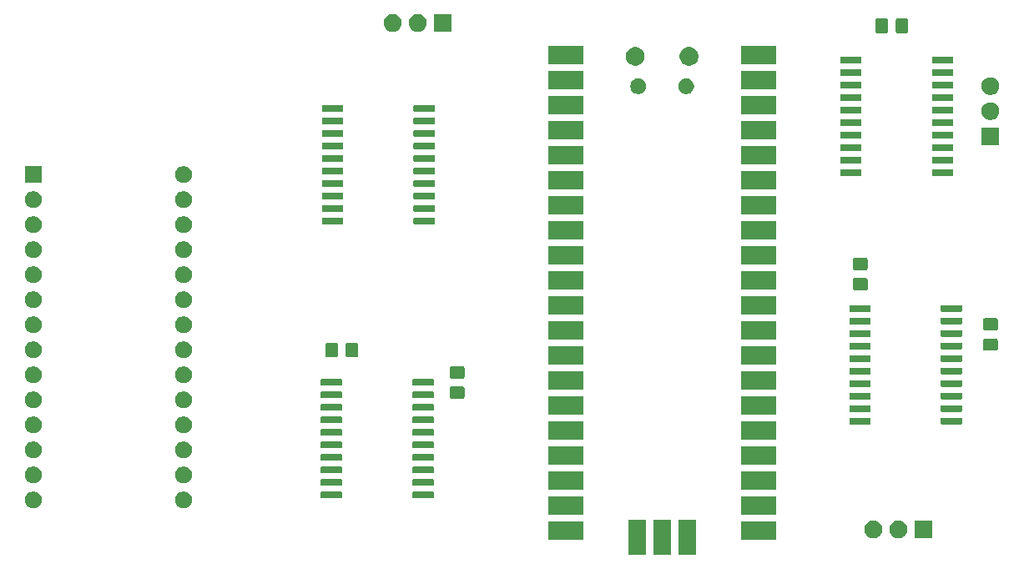
<source format=gbr>
G04 #@! TF.GenerationSoftware,KiCad,Pcbnew,5.1.5+dfsg1-2build2*
G04 #@! TF.CreationDate,2021-08-20T21:12:25+01:00*
G04 #@! TF.ProjectId,pico-rom-emulator-1,7069636f-2d72-46f6-9d2d-656d756c6174,rev?*
G04 #@! TF.SameCoordinates,Original*
G04 #@! TF.FileFunction,Soldermask,Top*
G04 #@! TF.FilePolarity,Negative*
%FSLAX46Y46*%
G04 Gerber Fmt 4.6, Leading zero omitted, Abs format (unit mm)*
G04 Created by KiCad (PCBNEW 5.1.5+dfsg1-2build2) date 2021-08-20 21:12:25*
%MOMM*%
%LPD*%
G04 APERTURE LIST*
%ADD10C,0.100000*%
G04 APERTURE END LIST*
D10*
G36*
X221761000Y-124201000D02*
G01*
X219959000Y-124201000D01*
X219959000Y-120599000D01*
X221761000Y-120599000D01*
X221761000Y-124201000D01*
G37*
G36*
X224301000Y-124201000D02*
G01*
X222499000Y-124201000D01*
X222499000Y-120599000D01*
X224301000Y-120599000D01*
X224301000Y-124201000D01*
G37*
G36*
X226841000Y-124201000D02*
G01*
X225039000Y-124201000D01*
X225039000Y-120599000D01*
X226841000Y-120599000D01*
X226841000Y-124201000D01*
G37*
G36*
X234991000Y-122631000D02*
G01*
X231389000Y-122631000D01*
X231389000Y-120829000D01*
X234991000Y-120829000D01*
X234991000Y-122631000D01*
G37*
G36*
X215411000Y-122631000D02*
G01*
X211809000Y-122631000D01*
X211809000Y-120829000D01*
X215411000Y-120829000D01*
X215411000Y-122631000D01*
G37*
G36*
X244921531Y-120701544D02*
G01*
X245082812Y-120733624D01*
X245246784Y-120801544D01*
X245394354Y-120900147D01*
X245519853Y-121025646D01*
X245618456Y-121173216D01*
X245686376Y-121337188D01*
X245721000Y-121511259D01*
X245721000Y-121688741D01*
X245686376Y-121862812D01*
X245618456Y-122026784D01*
X245519853Y-122174354D01*
X245394354Y-122299853D01*
X245246784Y-122398456D01*
X245082812Y-122466376D01*
X244933512Y-122496073D01*
X244908742Y-122501000D01*
X244731258Y-122501000D01*
X244706488Y-122496073D01*
X244557188Y-122466376D01*
X244393216Y-122398456D01*
X244245646Y-122299853D01*
X244120147Y-122174354D01*
X244021544Y-122026784D01*
X243953624Y-121862812D01*
X243919000Y-121688741D01*
X243919000Y-121511259D01*
X243953624Y-121337188D01*
X244021544Y-121173216D01*
X244120147Y-121025646D01*
X244245646Y-120900147D01*
X244393216Y-120801544D01*
X244557188Y-120733624D01*
X244718469Y-120701544D01*
X244731258Y-120699000D01*
X244908742Y-120699000D01*
X244921531Y-120701544D01*
G37*
G36*
X250801000Y-122501000D02*
G01*
X248999000Y-122501000D01*
X248999000Y-120699000D01*
X250801000Y-120699000D01*
X250801000Y-122501000D01*
G37*
G36*
X247461531Y-120701544D02*
G01*
X247622812Y-120733624D01*
X247786784Y-120801544D01*
X247934354Y-120900147D01*
X248059853Y-121025646D01*
X248158456Y-121173216D01*
X248226376Y-121337188D01*
X248261000Y-121511259D01*
X248261000Y-121688741D01*
X248226376Y-121862812D01*
X248158456Y-122026784D01*
X248059853Y-122174354D01*
X247934354Y-122299853D01*
X247786784Y-122398456D01*
X247622812Y-122466376D01*
X247473512Y-122496073D01*
X247448742Y-122501000D01*
X247271258Y-122501000D01*
X247246488Y-122496073D01*
X247097188Y-122466376D01*
X246933216Y-122398456D01*
X246785646Y-122299853D01*
X246660147Y-122174354D01*
X246561544Y-122026784D01*
X246493624Y-121862812D01*
X246459000Y-121688741D01*
X246459000Y-121511259D01*
X246493624Y-121337188D01*
X246561544Y-121173216D01*
X246660147Y-121025646D01*
X246785646Y-120900147D01*
X246933216Y-120801544D01*
X247097188Y-120733624D01*
X247258469Y-120701544D01*
X247271258Y-120699000D01*
X247448742Y-120699000D01*
X247461531Y-120701544D01*
G37*
G36*
X215411000Y-120091000D02*
G01*
X211809000Y-120091000D01*
X211809000Y-118289000D01*
X215411000Y-118289000D01*
X215411000Y-120091000D01*
G37*
G36*
X234991000Y-120091000D02*
G01*
X231389000Y-120091000D01*
X231389000Y-118289000D01*
X234991000Y-118289000D01*
X234991000Y-120091000D01*
G37*
G36*
X175088228Y-117801703D02*
G01*
X175243100Y-117865853D01*
X175382481Y-117958985D01*
X175501015Y-118077519D01*
X175594147Y-118216900D01*
X175658297Y-118371772D01*
X175691000Y-118536184D01*
X175691000Y-118703816D01*
X175658297Y-118868228D01*
X175594147Y-119023100D01*
X175501015Y-119162481D01*
X175382481Y-119281015D01*
X175243100Y-119374147D01*
X175088228Y-119438297D01*
X174923816Y-119471000D01*
X174756184Y-119471000D01*
X174591772Y-119438297D01*
X174436900Y-119374147D01*
X174297519Y-119281015D01*
X174178985Y-119162481D01*
X174085853Y-119023100D01*
X174021703Y-118868228D01*
X173989000Y-118703816D01*
X173989000Y-118536184D01*
X174021703Y-118371772D01*
X174085853Y-118216900D01*
X174178985Y-118077519D01*
X174297519Y-117958985D01*
X174436900Y-117865853D01*
X174591772Y-117801703D01*
X174756184Y-117769000D01*
X174923816Y-117769000D01*
X175088228Y-117801703D01*
G37*
G36*
X159848228Y-117801703D02*
G01*
X160003100Y-117865853D01*
X160142481Y-117958985D01*
X160261015Y-118077519D01*
X160354147Y-118216900D01*
X160418297Y-118371772D01*
X160451000Y-118536184D01*
X160451000Y-118703816D01*
X160418297Y-118868228D01*
X160354147Y-119023100D01*
X160261015Y-119162481D01*
X160142481Y-119281015D01*
X160003100Y-119374147D01*
X159848228Y-119438297D01*
X159683816Y-119471000D01*
X159516184Y-119471000D01*
X159351772Y-119438297D01*
X159196900Y-119374147D01*
X159057519Y-119281015D01*
X158938985Y-119162481D01*
X158845853Y-119023100D01*
X158781703Y-118868228D01*
X158749000Y-118703816D01*
X158749000Y-118536184D01*
X158781703Y-118371772D01*
X158845853Y-118216900D01*
X158938985Y-118077519D01*
X159057519Y-117958985D01*
X159196900Y-117865853D01*
X159351772Y-117801703D01*
X159516184Y-117769000D01*
X159683816Y-117769000D01*
X159848228Y-117801703D01*
G37*
G36*
X190834928Y-117766764D02*
G01*
X190856009Y-117773160D01*
X190875445Y-117783548D01*
X190892476Y-117797524D01*
X190906452Y-117814555D01*
X190916840Y-117833991D01*
X190923236Y-117855072D01*
X190926000Y-117883140D01*
X190926000Y-118346860D01*
X190923236Y-118374928D01*
X190916840Y-118396009D01*
X190906452Y-118415445D01*
X190892476Y-118432476D01*
X190875445Y-118446452D01*
X190856009Y-118456840D01*
X190834928Y-118463236D01*
X190806860Y-118466000D01*
X188893140Y-118466000D01*
X188865072Y-118463236D01*
X188843991Y-118456840D01*
X188824555Y-118446452D01*
X188807524Y-118432476D01*
X188793548Y-118415445D01*
X188783160Y-118396009D01*
X188776764Y-118374928D01*
X188774000Y-118346860D01*
X188774000Y-117883140D01*
X188776764Y-117855072D01*
X188783160Y-117833991D01*
X188793548Y-117814555D01*
X188807524Y-117797524D01*
X188824555Y-117783548D01*
X188843991Y-117773160D01*
X188865072Y-117766764D01*
X188893140Y-117764000D01*
X190806860Y-117764000D01*
X190834928Y-117766764D01*
G37*
G36*
X200134928Y-117766764D02*
G01*
X200156009Y-117773160D01*
X200175445Y-117783548D01*
X200192476Y-117797524D01*
X200206452Y-117814555D01*
X200216840Y-117833991D01*
X200223236Y-117855072D01*
X200226000Y-117883140D01*
X200226000Y-118346860D01*
X200223236Y-118374928D01*
X200216840Y-118396009D01*
X200206452Y-118415445D01*
X200192476Y-118432476D01*
X200175445Y-118446452D01*
X200156009Y-118456840D01*
X200134928Y-118463236D01*
X200106860Y-118466000D01*
X198193140Y-118466000D01*
X198165072Y-118463236D01*
X198143991Y-118456840D01*
X198124555Y-118446452D01*
X198107524Y-118432476D01*
X198093548Y-118415445D01*
X198083160Y-118396009D01*
X198076764Y-118374928D01*
X198074000Y-118346860D01*
X198074000Y-117883140D01*
X198076764Y-117855072D01*
X198083160Y-117833991D01*
X198093548Y-117814555D01*
X198107524Y-117797524D01*
X198124555Y-117783548D01*
X198143991Y-117773160D01*
X198165072Y-117766764D01*
X198193140Y-117764000D01*
X200106860Y-117764000D01*
X200134928Y-117766764D01*
G37*
G36*
X234991000Y-117551000D02*
G01*
X231389000Y-117551000D01*
X231389000Y-115749000D01*
X234991000Y-115749000D01*
X234991000Y-117551000D01*
G37*
G36*
X215411000Y-117551000D02*
G01*
X211809000Y-117551000D01*
X211809000Y-115749000D01*
X215411000Y-115749000D01*
X215411000Y-117551000D01*
G37*
G36*
X200134928Y-116496764D02*
G01*
X200156009Y-116503160D01*
X200175445Y-116513548D01*
X200192476Y-116527524D01*
X200206452Y-116544555D01*
X200216840Y-116563991D01*
X200223236Y-116585072D01*
X200226000Y-116613140D01*
X200226000Y-117076860D01*
X200223236Y-117104928D01*
X200216840Y-117126009D01*
X200206452Y-117145445D01*
X200192476Y-117162476D01*
X200175445Y-117176452D01*
X200156009Y-117186840D01*
X200134928Y-117193236D01*
X200106860Y-117196000D01*
X198193140Y-117196000D01*
X198165072Y-117193236D01*
X198143991Y-117186840D01*
X198124555Y-117176452D01*
X198107524Y-117162476D01*
X198093548Y-117145445D01*
X198083160Y-117126009D01*
X198076764Y-117104928D01*
X198074000Y-117076860D01*
X198074000Y-116613140D01*
X198076764Y-116585072D01*
X198083160Y-116563991D01*
X198093548Y-116544555D01*
X198107524Y-116527524D01*
X198124555Y-116513548D01*
X198143991Y-116503160D01*
X198165072Y-116496764D01*
X198193140Y-116494000D01*
X200106860Y-116494000D01*
X200134928Y-116496764D01*
G37*
G36*
X190834928Y-116496764D02*
G01*
X190856009Y-116503160D01*
X190875445Y-116513548D01*
X190892476Y-116527524D01*
X190906452Y-116544555D01*
X190916840Y-116563991D01*
X190923236Y-116585072D01*
X190926000Y-116613140D01*
X190926000Y-117076860D01*
X190923236Y-117104928D01*
X190916840Y-117126009D01*
X190906452Y-117145445D01*
X190892476Y-117162476D01*
X190875445Y-117176452D01*
X190856009Y-117186840D01*
X190834928Y-117193236D01*
X190806860Y-117196000D01*
X188893140Y-117196000D01*
X188865072Y-117193236D01*
X188843991Y-117186840D01*
X188824555Y-117176452D01*
X188807524Y-117162476D01*
X188793548Y-117145445D01*
X188783160Y-117126009D01*
X188776764Y-117104928D01*
X188774000Y-117076860D01*
X188774000Y-116613140D01*
X188776764Y-116585072D01*
X188783160Y-116563991D01*
X188793548Y-116544555D01*
X188807524Y-116527524D01*
X188824555Y-116513548D01*
X188843991Y-116503160D01*
X188865072Y-116496764D01*
X188893140Y-116494000D01*
X190806860Y-116494000D01*
X190834928Y-116496764D01*
G37*
G36*
X159848228Y-115261703D02*
G01*
X160003100Y-115325853D01*
X160142481Y-115418985D01*
X160261015Y-115537519D01*
X160354147Y-115676900D01*
X160418297Y-115831772D01*
X160451000Y-115996184D01*
X160451000Y-116163816D01*
X160418297Y-116328228D01*
X160354147Y-116483100D01*
X160261015Y-116622481D01*
X160142481Y-116741015D01*
X160003100Y-116834147D01*
X159848228Y-116898297D01*
X159683816Y-116931000D01*
X159516184Y-116931000D01*
X159351772Y-116898297D01*
X159196900Y-116834147D01*
X159057519Y-116741015D01*
X158938985Y-116622481D01*
X158845853Y-116483100D01*
X158781703Y-116328228D01*
X158749000Y-116163816D01*
X158749000Y-115996184D01*
X158781703Y-115831772D01*
X158845853Y-115676900D01*
X158938985Y-115537519D01*
X159057519Y-115418985D01*
X159196900Y-115325853D01*
X159351772Y-115261703D01*
X159516184Y-115229000D01*
X159683816Y-115229000D01*
X159848228Y-115261703D01*
G37*
G36*
X175088228Y-115261703D02*
G01*
X175243100Y-115325853D01*
X175382481Y-115418985D01*
X175501015Y-115537519D01*
X175594147Y-115676900D01*
X175658297Y-115831772D01*
X175691000Y-115996184D01*
X175691000Y-116163816D01*
X175658297Y-116328228D01*
X175594147Y-116483100D01*
X175501015Y-116622481D01*
X175382481Y-116741015D01*
X175243100Y-116834147D01*
X175088228Y-116898297D01*
X174923816Y-116931000D01*
X174756184Y-116931000D01*
X174591772Y-116898297D01*
X174436900Y-116834147D01*
X174297519Y-116741015D01*
X174178985Y-116622481D01*
X174085853Y-116483100D01*
X174021703Y-116328228D01*
X173989000Y-116163816D01*
X173989000Y-115996184D01*
X174021703Y-115831772D01*
X174085853Y-115676900D01*
X174178985Y-115537519D01*
X174297519Y-115418985D01*
X174436900Y-115325853D01*
X174591772Y-115261703D01*
X174756184Y-115229000D01*
X174923816Y-115229000D01*
X175088228Y-115261703D01*
G37*
G36*
X200134928Y-115226764D02*
G01*
X200156009Y-115233160D01*
X200175445Y-115243548D01*
X200192476Y-115257524D01*
X200206452Y-115274555D01*
X200216840Y-115293991D01*
X200223236Y-115315072D01*
X200226000Y-115343140D01*
X200226000Y-115806860D01*
X200223236Y-115834928D01*
X200216840Y-115856009D01*
X200206452Y-115875445D01*
X200192476Y-115892476D01*
X200175445Y-115906452D01*
X200156009Y-115916840D01*
X200134928Y-115923236D01*
X200106860Y-115926000D01*
X198193140Y-115926000D01*
X198165072Y-115923236D01*
X198143991Y-115916840D01*
X198124555Y-115906452D01*
X198107524Y-115892476D01*
X198093548Y-115875445D01*
X198083160Y-115856009D01*
X198076764Y-115834928D01*
X198074000Y-115806860D01*
X198074000Y-115343140D01*
X198076764Y-115315072D01*
X198083160Y-115293991D01*
X198093548Y-115274555D01*
X198107524Y-115257524D01*
X198124555Y-115243548D01*
X198143991Y-115233160D01*
X198165072Y-115226764D01*
X198193140Y-115224000D01*
X200106860Y-115224000D01*
X200134928Y-115226764D01*
G37*
G36*
X190834928Y-115226764D02*
G01*
X190856009Y-115233160D01*
X190875445Y-115243548D01*
X190892476Y-115257524D01*
X190906452Y-115274555D01*
X190916840Y-115293991D01*
X190923236Y-115315072D01*
X190926000Y-115343140D01*
X190926000Y-115806860D01*
X190923236Y-115834928D01*
X190916840Y-115856009D01*
X190906452Y-115875445D01*
X190892476Y-115892476D01*
X190875445Y-115906452D01*
X190856009Y-115916840D01*
X190834928Y-115923236D01*
X190806860Y-115926000D01*
X188893140Y-115926000D01*
X188865072Y-115923236D01*
X188843991Y-115916840D01*
X188824555Y-115906452D01*
X188807524Y-115892476D01*
X188793548Y-115875445D01*
X188783160Y-115856009D01*
X188776764Y-115834928D01*
X188774000Y-115806860D01*
X188774000Y-115343140D01*
X188776764Y-115315072D01*
X188783160Y-115293991D01*
X188793548Y-115274555D01*
X188807524Y-115257524D01*
X188824555Y-115243548D01*
X188843991Y-115233160D01*
X188865072Y-115226764D01*
X188893140Y-115224000D01*
X190806860Y-115224000D01*
X190834928Y-115226764D01*
G37*
G36*
X215411000Y-115011000D02*
G01*
X211809000Y-115011000D01*
X211809000Y-113209000D01*
X215411000Y-113209000D01*
X215411000Y-115011000D01*
G37*
G36*
X234991000Y-115011000D02*
G01*
X231389000Y-115011000D01*
X231389000Y-113209000D01*
X234991000Y-113209000D01*
X234991000Y-115011000D01*
G37*
G36*
X190834928Y-113956764D02*
G01*
X190856009Y-113963160D01*
X190875445Y-113973548D01*
X190892476Y-113987524D01*
X190906452Y-114004555D01*
X190916840Y-114023991D01*
X190923236Y-114045072D01*
X190926000Y-114073140D01*
X190926000Y-114536860D01*
X190923236Y-114564928D01*
X190916840Y-114586009D01*
X190906452Y-114605445D01*
X190892476Y-114622476D01*
X190875445Y-114636452D01*
X190856009Y-114646840D01*
X190834928Y-114653236D01*
X190806860Y-114656000D01*
X188893140Y-114656000D01*
X188865072Y-114653236D01*
X188843991Y-114646840D01*
X188824555Y-114636452D01*
X188807524Y-114622476D01*
X188793548Y-114605445D01*
X188783160Y-114586009D01*
X188776764Y-114564928D01*
X188774000Y-114536860D01*
X188774000Y-114073140D01*
X188776764Y-114045072D01*
X188783160Y-114023991D01*
X188793548Y-114004555D01*
X188807524Y-113987524D01*
X188824555Y-113973548D01*
X188843991Y-113963160D01*
X188865072Y-113956764D01*
X188893140Y-113954000D01*
X190806860Y-113954000D01*
X190834928Y-113956764D01*
G37*
G36*
X200134928Y-113956764D02*
G01*
X200156009Y-113963160D01*
X200175445Y-113973548D01*
X200192476Y-113987524D01*
X200206452Y-114004555D01*
X200216840Y-114023991D01*
X200223236Y-114045072D01*
X200226000Y-114073140D01*
X200226000Y-114536860D01*
X200223236Y-114564928D01*
X200216840Y-114586009D01*
X200206452Y-114605445D01*
X200192476Y-114622476D01*
X200175445Y-114636452D01*
X200156009Y-114646840D01*
X200134928Y-114653236D01*
X200106860Y-114656000D01*
X198193140Y-114656000D01*
X198165072Y-114653236D01*
X198143991Y-114646840D01*
X198124555Y-114636452D01*
X198107524Y-114622476D01*
X198093548Y-114605445D01*
X198083160Y-114586009D01*
X198076764Y-114564928D01*
X198074000Y-114536860D01*
X198074000Y-114073140D01*
X198076764Y-114045072D01*
X198083160Y-114023991D01*
X198093548Y-114004555D01*
X198107524Y-113987524D01*
X198124555Y-113973548D01*
X198143991Y-113963160D01*
X198165072Y-113956764D01*
X198193140Y-113954000D01*
X200106860Y-113954000D01*
X200134928Y-113956764D01*
G37*
G36*
X159848228Y-112721703D02*
G01*
X160003100Y-112785853D01*
X160142481Y-112878985D01*
X160261015Y-112997519D01*
X160354147Y-113136900D01*
X160418297Y-113291772D01*
X160451000Y-113456184D01*
X160451000Y-113623816D01*
X160418297Y-113788228D01*
X160354147Y-113943100D01*
X160261015Y-114082481D01*
X160142481Y-114201015D01*
X160003100Y-114294147D01*
X159848228Y-114358297D01*
X159683816Y-114391000D01*
X159516184Y-114391000D01*
X159351772Y-114358297D01*
X159196900Y-114294147D01*
X159057519Y-114201015D01*
X158938985Y-114082481D01*
X158845853Y-113943100D01*
X158781703Y-113788228D01*
X158749000Y-113623816D01*
X158749000Y-113456184D01*
X158781703Y-113291772D01*
X158845853Y-113136900D01*
X158938985Y-112997519D01*
X159057519Y-112878985D01*
X159196900Y-112785853D01*
X159351772Y-112721703D01*
X159516184Y-112689000D01*
X159683816Y-112689000D01*
X159848228Y-112721703D01*
G37*
G36*
X175088228Y-112721703D02*
G01*
X175243100Y-112785853D01*
X175382481Y-112878985D01*
X175501015Y-112997519D01*
X175594147Y-113136900D01*
X175658297Y-113291772D01*
X175691000Y-113456184D01*
X175691000Y-113623816D01*
X175658297Y-113788228D01*
X175594147Y-113943100D01*
X175501015Y-114082481D01*
X175382481Y-114201015D01*
X175243100Y-114294147D01*
X175088228Y-114358297D01*
X174923816Y-114391000D01*
X174756184Y-114391000D01*
X174591772Y-114358297D01*
X174436900Y-114294147D01*
X174297519Y-114201015D01*
X174178985Y-114082481D01*
X174085853Y-113943100D01*
X174021703Y-113788228D01*
X173989000Y-113623816D01*
X173989000Y-113456184D01*
X174021703Y-113291772D01*
X174085853Y-113136900D01*
X174178985Y-112997519D01*
X174297519Y-112878985D01*
X174436900Y-112785853D01*
X174591772Y-112721703D01*
X174756184Y-112689000D01*
X174923816Y-112689000D01*
X175088228Y-112721703D01*
G37*
G36*
X200134928Y-112686764D02*
G01*
X200156009Y-112693160D01*
X200175445Y-112703548D01*
X200192476Y-112717524D01*
X200206452Y-112734555D01*
X200216840Y-112753991D01*
X200223236Y-112775072D01*
X200226000Y-112803140D01*
X200226000Y-113266860D01*
X200223236Y-113294928D01*
X200216840Y-113316009D01*
X200206452Y-113335445D01*
X200192476Y-113352476D01*
X200175445Y-113366452D01*
X200156009Y-113376840D01*
X200134928Y-113383236D01*
X200106860Y-113386000D01*
X198193140Y-113386000D01*
X198165072Y-113383236D01*
X198143991Y-113376840D01*
X198124555Y-113366452D01*
X198107524Y-113352476D01*
X198093548Y-113335445D01*
X198083160Y-113316009D01*
X198076764Y-113294928D01*
X198074000Y-113266860D01*
X198074000Y-112803140D01*
X198076764Y-112775072D01*
X198083160Y-112753991D01*
X198093548Y-112734555D01*
X198107524Y-112717524D01*
X198124555Y-112703548D01*
X198143991Y-112693160D01*
X198165072Y-112686764D01*
X198193140Y-112684000D01*
X200106860Y-112684000D01*
X200134928Y-112686764D01*
G37*
G36*
X190834928Y-112686764D02*
G01*
X190856009Y-112693160D01*
X190875445Y-112703548D01*
X190892476Y-112717524D01*
X190906452Y-112734555D01*
X190916840Y-112753991D01*
X190923236Y-112775072D01*
X190926000Y-112803140D01*
X190926000Y-113266860D01*
X190923236Y-113294928D01*
X190916840Y-113316009D01*
X190906452Y-113335445D01*
X190892476Y-113352476D01*
X190875445Y-113366452D01*
X190856009Y-113376840D01*
X190834928Y-113383236D01*
X190806860Y-113386000D01*
X188893140Y-113386000D01*
X188865072Y-113383236D01*
X188843991Y-113376840D01*
X188824555Y-113366452D01*
X188807524Y-113352476D01*
X188793548Y-113335445D01*
X188783160Y-113316009D01*
X188776764Y-113294928D01*
X188774000Y-113266860D01*
X188774000Y-112803140D01*
X188776764Y-112775072D01*
X188783160Y-112753991D01*
X188793548Y-112734555D01*
X188807524Y-112717524D01*
X188824555Y-112703548D01*
X188843991Y-112693160D01*
X188865072Y-112686764D01*
X188893140Y-112684000D01*
X190806860Y-112684000D01*
X190834928Y-112686764D01*
G37*
G36*
X215411000Y-112471000D02*
G01*
X211809000Y-112471000D01*
X211809000Y-110669000D01*
X215411000Y-110669000D01*
X215411000Y-112471000D01*
G37*
G36*
X234991000Y-112471000D02*
G01*
X231389000Y-112471000D01*
X231389000Y-110669000D01*
X234991000Y-110669000D01*
X234991000Y-112471000D01*
G37*
G36*
X200134928Y-111416764D02*
G01*
X200156009Y-111423160D01*
X200175445Y-111433548D01*
X200192476Y-111447524D01*
X200206452Y-111464555D01*
X200216840Y-111483991D01*
X200223236Y-111505072D01*
X200226000Y-111533140D01*
X200226000Y-111996860D01*
X200223236Y-112024928D01*
X200216840Y-112046009D01*
X200206452Y-112065445D01*
X200192476Y-112082476D01*
X200175445Y-112096452D01*
X200156009Y-112106840D01*
X200134928Y-112113236D01*
X200106860Y-112116000D01*
X198193140Y-112116000D01*
X198165072Y-112113236D01*
X198143991Y-112106840D01*
X198124555Y-112096452D01*
X198107524Y-112082476D01*
X198093548Y-112065445D01*
X198083160Y-112046009D01*
X198076764Y-112024928D01*
X198074000Y-111996860D01*
X198074000Y-111533140D01*
X198076764Y-111505072D01*
X198083160Y-111483991D01*
X198093548Y-111464555D01*
X198107524Y-111447524D01*
X198124555Y-111433548D01*
X198143991Y-111423160D01*
X198165072Y-111416764D01*
X198193140Y-111414000D01*
X200106860Y-111414000D01*
X200134928Y-111416764D01*
G37*
G36*
X190834928Y-111416764D02*
G01*
X190856009Y-111423160D01*
X190875445Y-111433548D01*
X190892476Y-111447524D01*
X190906452Y-111464555D01*
X190916840Y-111483991D01*
X190923236Y-111505072D01*
X190926000Y-111533140D01*
X190926000Y-111996860D01*
X190923236Y-112024928D01*
X190916840Y-112046009D01*
X190906452Y-112065445D01*
X190892476Y-112082476D01*
X190875445Y-112096452D01*
X190856009Y-112106840D01*
X190834928Y-112113236D01*
X190806860Y-112116000D01*
X188893140Y-112116000D01*
X188865072Y-112113236D01*
X188843991Y-112106840D01*
X188824555Y-112096452D01*
X188807524Y-112082476D01*
X188793548Y-112065445D01*
X188783160Y-112046009D01*
X188776764Y-112024928D01*
X188774000Y-111996860D01*
X188774000Y-111533140D01*
X188776764Y-111505072D01*
X188783160Y-111483991D01*
X188793548Y-111464555D01*
X188807524Y-111447524D01*
X188824555Y-111433548D01*
X188843991Y-111423160D01*
X188865072Y-111416764D01*
X188893140Y-111414000D01*
X190806860Y-111414000D01*
X190834928Y-111416764D01*
G37*
G36*
X159848228Y-110181703D02*
G01*
X160003100Y-110245853D01*
X160142481Y-110338985D01*
X160261015Y-110457519D01*
X160354147Y-110596900D01*
X160418297Y-110751772D01*
X160451000Y-110916184D01*
X160451000Y-111083816D01*
X160418297Y-111248228D01*
X160354147Y-111403100D01*
X160261015Y-111542481D01*
X160142481Y-111661015D01*
X160003100Y-111754147D01*
X159848228Y-111818297D01*
X159683816Y-111851000D01*
X159516184Y-111851000D01*
X159351772Y-111818297D01*
X159196900Y-111754147D01*
X159057519Y-111661015D01*
X158938985Y-111542481D01*
X158845853Y-111403100D01*
X158781703Y-111248228D01*
X158749000Y-111083816D01*
X158749000Y-110916184D01*
X158781703Y-110751772D01*
X158845853Y-110596900D01*
X158938985Y-110457519D01*
X159057519Y-110338985D01*
X159196900Y-110245853D01*
X159351772Y-110181703D01*
X159516184Y-110149000D01*
X159683816Y-110149000D01*
X159848228Y-110181703D01*
G37*
G36*
X175088228Y-110181703D02*
G01*
X175243100Y-110245853D01*
X175382481Y-110338985D01*
X175501015Y-110457519D01*
X175594147Y-110596900D01*
X175658297Y-110751772D01*
X175691000Y-110916184D01*
X175691000Y-111083816D01*
X175658297Y-111248228D01*
X175594147Y-111403100D01*
X175501015Y-111542481D01*
X175382481Y-111661015D01*
X175243100Y-111754147D01*
X175088228Y-111818297D01*
X174923816Y-111851000D01*
X174756184Y-111851000D01*
X174591772Y-111818297D01*
X174436900Y-111754147D01*
X174297519Y-111661015D01*
X174178985Y-111542481D01*
X174085853Y-111403100D01*
X174021703Y-111248228D01*
X173989000Y-111083816D01*
X173989000Y-110916184D01*
X174021703Y-110751772D01*
X174085853Y-110596900D01*
X174178985Y-110457519D01*
X174297519Y-110338985D01*
X174436900Y-110245853D01*
X174591772Y-110181703D01*
X174756184Y-110149000D01*
X174923816Y-110149000D01*
X175088228Y-110181703D01*
G37*
G36*
X253734928Y-110266764D02*
G01*
X253756009Y-110273160D01*
X253775445Y-110283548D01*
X253792476Y-110297524D01*
X253806452Y-110314555D01*
X253816840Y-110333991D01*
X253823236Y-110355072D01*
X253826000Y-110383140D01*
X253826000Y-110846860D01*
X253823236Y-110874928D01*
X253816840Y-110896009D01*
X253806452Y-110915445D01*
X253792476Y-110932476D01*
X253775445Y-110946452D01*
X253756009Y-110956840D01*
X253734928Y-110963236D01*
X253706860Y-110966000D01*
X251793140Y-110966000D01*
X251765072Y-110963236D01*
X251743991Y-110956840D01*
X251724555Y-110946452D01*
X251707524Y-110932476D01*
X251693548Y-110915445D01*
X251683160Y-110896009D01*
X251676764Y-110874928D01*
X251674000Y-110846860D01*
X251674000Y-110383140D01*
X251676764Y-110355072D01*
X251683160Y-110333991D01*
X251693548Y-110314555D01*
X251707524Y-110297524D01*
X251724555Y-110283548D01*
X251743991Y-110273160D01*
X251765072Y-110266764D01*
X251793140Y-110264000D01*
X253706860Y-110264000D01*
X253734928Y-110266764D01*
G37*
G36*
X244434928Y-110266764D02*
G01*
X244456009Y-110273160D01*
X244475445Y-110283548D01*
X244492476Y-110297524D01*
X244506452Y-110314555D01*
X244516840Y-110333991D01*
X244523236Y-110355072D01*
X244526000Y-110383140D01*
X244526000Y-110846860D01*
X244523236Y-110874928D01*
X244516840Y-110896009D01*
X244506452Y-110915445D01*
X244492476Y-110932476D01*
X244475445Y-110946452D01*
X244456009Y-110956840D01*
X244434928Y-110963236D01*
X244406860Y-110966000D01*
X242493140Y-110966000D01*
X242465072Y-110963236D01*
X242443991Y-110956840D01*
X242424555Y-110946452D01*
X242407524Y-110932476D01*
X242393548Y-110915445D01*
X242383160Y-110896009D01*
X242376764Y-110874928D01*
X242374000Y-110846860D01*
X242374000Y-110383140D01*
X242376764Y-110355072D01*
X242383160Y-110333991D01*
X242393548Y-110314555D01*
X242407524Y-110297524D01*
X242424555Y-110283548D01*
X242443991Y-110273160D01*
X242465072Y-110266764D01*
X242493140Y-110264000D01*
X244406860Y-110264000D01*
X244434928Y-110266764D01*
G37*
G36*
X200134928Y-110146764D02*
G01*
X200156009Y-110153160D01*
X200175445Y-110163548D01*
X200192476Y-110177524D01*
X200206452Y-110194555D01*
X200216840Y-110213991D01*
X200223236Y-110235072D01*
X200226000Y-110263140D01*
X200226000Y-110726860D01*
X200223236Y-110754928D01*
X200216840Y-110776009D01*
X200206452Y-110795445D01*
X200192476Y-110812476D01*
X200175445Y-110826452D01*
X200156009Y-110836840D01*
X200134928Y-110843236D01*
X200106860Y-110846000D01*
X198193140Y-110846000D01*
X198165072Y-110843236D01*
X198143991Y-110836840D01*
X198124555Y-110826452D01*
X198107524Y-110812476D01*
X198093548Y-110795445D01*
X198083160Y-110776009D01*
X198076764Y-110754928D01*
X198074000Y-110726860D01*
X198074000Y-110263140D01*
X198076764Y-110235072D01*
X198083160Y-110213991D01*
X198093548Y-110194555D01*
X198107524Y-110177524D01*
X198124555Y-110163548D01*
X198143991Y-110153160D01*
X198165072Y-110146764D01*
X198193140Y-110144000D01*
X200106860Y-110144000D01*
X200134928Y-110146764D01*
G37*
G36*
X190834928Y-110146764D02*
G01*
X190856009Y-110153160D01*
X190875445Y-110163548D01*
X190892476Y-110177524D01*
X190906452Y-110194555D01*
X190916840Y-110213991D01*
X190923236Y-110235072D01*
X190926000Y-110263140D01*
X190926000Y-110726860D01*
X190923236Y-110754928D01*
X190916840Y-110776009D01*
X190906452Y-110795445D01*
X190892476Y-110812476D01*
X190875445Y-110826452D01*
X190856009Y-110836840D01*
X190834928Y-110843236D01*
X190806860Y-110846000D01*
X188893140Y-110846000D01*
X188865072Y-110843236D01*
X188843991Y-110836840D01*
X188824555Y-110826452D01*
X188807524Y-110812476D01*
X188793548Y-110795445D01*
X188783160Y-110776009D01*
X188776764Y-110754928D01*
X188774000Y-110726860D01*
X188774000Y-110263140D01*
X188776764Y-110235072D01*
X188783160Y-110213991D01*
X188793548Y-110194555D01*
X188807524Y-110177524D01*
X188824555Y-110163548D01*
X188843991Y-110153160D01*
X188865072Y-110146764D01*
X188893140Y-110144000D01*
X190806860Y-110144000D01*
X190834928Y-110146764D01*
G37*
G36*
X215411000Y-109931000D02*
G01*
X211809000Y-109931000D01*
X211809000Y-108129000D01*
X215411000Y-108129000D01*
X215411000Y-109931000D01*
G37*
G36*
X234991000Y-109931000D02*
G01*
X231389000Y-109931000D01*
X231389000Y-108129000D01*
X234991000Y-108129000D01*
X234991000Y-109931000D01*
G37*
G36*
X253734928Y-108996764D02*
G01*
X253756009Y-109003160D01*
X253775445Y-109013548D01*
X253792476Y-109027524D01*
X253806452Y-109044555D01*
X253816840Y-109063991D01*
X253823236Y-109085072D01*
X253826000Y-109113140D01*
X253826000Y-109576860D01*
X253823236Y-109604928D01*
X253816840Y-109626009D01*
X253806452Y-109645445D01*
X253792476Y-109662476D01*
X253775445Y-109676452D01*
X253756009Y-109686840D01*
X253734928Y-109693236D01*
X253706860Y-109696000D01*
X251793140Y-109696000D01*
X251765072Y-109693236D01*
X251743991Y-109686840D01*
X251724555Y-109676452D01*
X251707524Y-109662476D01*
X251693548Y-109645445D01*
X251683160Y-109626009D01*
X251676764Y-109604928D01*
X251674000Y-109576860D01*
X251674000Y-109113140D01*
X251676764Y-109085072D01*
X251683160Y-109063991D01*
X251693548Y-109044555D01*
X251707524Y-109027524D01*
X251724555Y-109013548D01*
X251743991Y-109003160D01*
X251765072Y-108996764D01*
X251793140Y-108994000D01*
X253706860Y-108994000D01*
X253734928Y-108996764D01*
G37*
G36*
X244434928Y-108996764D02*
G01*
X244456009Y-109003160D01*
X244475445Y-109013548D01*
X244492476Y-109027524D01*
X244506452Y-109044555D01*
X244516840Y-109063991D01*
X244523236Y-109085072D01*
X244526000Y-109113140D01*
X244526000Y-109576860D01*
X244523236Y-109604928D01*
X244516840Y-109626009D01*
X244506452Y-109645445D01*
X244492476Y-109662476D01*
X244475445Y-109676452D01*
X244456009Y-109686840D01*
X244434928Y-109693236D01*
X244406860Y-109696000D01*
X242493140Y-109696000D01*
X242465072Y-109693236D01*
X242443991Y-109686840D01*
X242424555Y-109676452D01*
X242407524Y-109662476D01*
X242393548Y-109645445D01*
X242383160Y-109626009D01*
X242376764Y-109604928D01*
X242374000Y-109576860D01*
X242374000Y-109113140D01*
X242376764Y-109085072D01*
X242383160Y-109063991D01*
X242393548Y-109044555D01*
X242407524Y-109027524D01*
X242424555Y-109013548D01*
X242443991Y-109003160D01*
X242465072Y-108996764D01*
X242493140Y-108994000D01*
X244406860Y-108994000D01*
X244434928Y-108996764D01*
G37*
G36*
X190834928Y-108876764D02*
G01*
X190856009Y-108883160D01*
X190875445Y-108893548D01*
X190892476Y-108907524D01*
X190906452Y-108924555D01*
X190916840Y-108943991D01*
X190923236Y-108965072D01*
X190926000Y-108993140D01*
X190926000Y-109456860D01*
X190923236Y-109484928D01*
X190916840Y-109506009D01*
X190906452Y-109525445D01*
X190892476Y-109542476D01*
X190875445Y-109556452D01*
X190856009Y-109566840D01*
X190834928Y-109573236D01*
X190806860Y-109576000D01*
X188893140Y-109576000D01*
X188865072Y-109573236D01*
X188843991Y-109566840D01*
X188824555Y-109556452D01*
X188807524Y-109542476D01*
X188793548Y-109525445D01*
X188783160Y-109506009D01*
X188776764Y-109484928D01*
X188774000Y-109456860D01*
X188774000Y-108993140D01*
X188776764Y-108965072D01*
X188783160Y-108943991D01*
X188793548Y-108924555D01*
X188807524Y-108907524D01*
X188824555Y-108893548D01*
X188843991Y-108883160D01*
X188865072Y-108876764D01*
X188893140Y-108874000D01*
X190806860Y-108874000D01*
X190834928Y-108876764D01*
G37*
G36*
X200134928Y-108876764D02*
G01*
X200156009Y-108883160D01*
X200175445Y-108893548D01*
X200192476Y-108907524D01*
X200206452Y-108924555D01*
X200216840Y-108943991D01*
X200223236Y-108965072D01*
X200226000Y-108993140D01*
X200226000Y-109456860D01*
X200223236Y-109484928D01*
X200216840Y-109506009D01*
X200206452Y-109525445D01*
X200192476Y-109542476D01*
X200175445Y-109556452D01*
X200156009Y-109566840D01*
X200134928Y-109573236D01*
X200106860Y-109576000D01*
X198193140Y-109576000D01*
X198165072Y-109573236D01*
X198143991Y-109566840D01*
X198124555Y-109556452D01*
X198107524Y-109542476D01*
X198093548Y-109525445D01*
X198083160Y-109506009D01*
X198076764Y-109484928D01*
X198074000Y-109456860D01*
X198074000Y-108993140D01*
X198076764Y-108965072D01*
X198083160Y-108943991D01*
X198093548Y-108924555D01*
X198107524Y-108907524D01*
X198124555Y-108893548D01*
X198143991Y-108883160D01*
X198165072Y-108876764D01*
X198193140Y-108874000D01*
X200106860Y-108874000D01*
X200134928Y-108876764D01*
G37*
G36*
X159848228Y-107641703D02*
G01*
X160003100Y-107705853D01*
X160142481Y-107798985D01*
X160261015Y-107917519D01*
X160354147Y-108056900D01*
X160418297Y-108211772D01*
X160451000Y-108376184D01*
X160451000Y-108543816D01*
X160418297Y-108708228D01*
X160354147Y-108863100D01*
X160261015Y-109002481D01*
X160142481Y-109121015D01*
X160003100Y-109214147D01*
X159848228Y-109278297D01*
X159683816Y-109311000D01*
X159516184Y-109311000D01*
X159351772Y-109278297D01*
X159196900Y-109214147D01*
X159057519Y-109121015D01*
X158938985Y-109002481D01*
X158845853Y-108863100D01*
X158781703Y-108708228D01*
X158749000Y-108543816D01*
X158749000Y-108376184D01*
X158781703Y-108211772D01*
X158845853Y-108056900D01*
X158938985Y-107917519D01*
X159057519Y-107798985D01*
X159196900Y-107705853D01*
X159351772Y-107641703D01*
X159516184Y-107609000D01*
X159683816Y-107609000D01*
X159848228Y-107641703D01*
G37*
G36*
X175088228Y-107641703D02*
G01*
X175243100Y-107705853D01*
X175382481Y-107798985D01*
X175501015Y-107917519D01*
X175594147Y-108056900D01*
X175658297Y-108211772D01*
X175691000Y-108376184D01*
X175691000Y-108543816D01*
X175658297Y-108708228D01*
X175594147Y-108863100D01*
X175501015Y-109002481D01*
X175382481Y-109121015D01*
X175243100Y-109214147D01*
X175088228Y-109278297D01*
X174923816Y-109311000D01*
X174756184Y-109311000D01*
X174591772Y-109278297D01*
X174436900Y-109214147D01*
X174297519Y-109121015D01*
X174178985Y-109002481D01*
X174085853Y-108863100D01*
X174021703Y-108708228D01*
X173989000Y-108543816D01*
X173989000Y-108376184D01*
X174021703Y-108211772D01*
X174085853Y-108056900D01*
X174178985Y-107917519D01*
X174297519Y-107798985D01*
X174436900Y-107705853D01*
X174591772Y-107641703D01*
X174756184Y-107609000D01*
X174923816Y-107609000D01*
X175088228Y-107641703D01*
G37*
G36*
X253734928Y-107726764D02*
G01*
X253756009Y-107733160D01*
X253775445Y-107743548D01*
X253792476Y-107757524D01*
X253806452Y-107774555D01*
X253816840Y-107793991D01*
X253823236Y-107815072D01*
X253826000Y-107843140D01*
X253826000Y-108306860D01*
X253823236Y-108334928D01*
X253816840Y-108356009D01*
X253806452Y-108375445D01*
X253792476Y-108392476D01*
X253775445Y-108406452D01*
X253756009Y-108416840D01*
X253734928Y-108423236D01*
X253706860Y-108426000D01*
X251793140Y-108426000D01*
X251765072Y-108423236D01*
X251743991Y-108416840D01*
X251724555Y-108406452D01*
X251707524Y-108392476D01*
X251693548Y-108375445D01*
X251683160Y-108356009D01*
X251676764Y-108334928D01*
X251674000Y-108306860D01*
X251674000Y-107843140D01*
X251676764Y-107815072D01*
X251683160Y-107793991D01*
X251693548Y-107774555D01*
X251707524Y-107757524D01*
X251724555Y-107743548D01*
X251743991Y-107733160D01*
X251765072Y-107726764D01*
X251793140Y-107724000D01*
X253706860Y-107724000D01*
X253734928Y-107726764D01*
G37*
G36*
X244434928Y-107726764D02*
G01*
X244456009Y-107733160D01*
X244475445Y-107743548D01*
X244492476Y-107757524D01*
X244506452Y-107774555D01*
X244516840Y-107793991D01*
X244523236Y-107815072D01*
X244526000Y-107843140D01*
X244526000Y-108306860D01*
X244523236Y-108334928D01*
X244516840Y-108356009D01*
X244506452Y-108375445D01*
X244492476Y-108392476D01*
X244475445Y-108406452D01*
X244456009Y-108416840D01*
X244434928Y-108423236D01*
X244406860Y-108426000D01*
X242493140Y-108426000D01*
X242465072Y-108423236D01*
X242443991Y-108416840D01*
X242424555Y-108406452D01*
X242407524Y-108392476D01*
X242393548Y-108375445D01*
X242383160Y-108356009D01*
X242376764Y-108334928D01*
X242374000Y-108306860D01*
X242374000Y-107843140D01*
X242376764Y-107815072D01*
X242383160Y-107793991D01*
X242393548Y-107774555D01*
X242407524Y-107757524D01*
X242424555Y-107743548D01*
X242443991Y-107733160D01*
X242465072Y-107726764D01*
X242493140Y-107724000D01*
X244406860Y-107724000D01*
X244434928Y-107726764D01*
G37*
G36*
X203188674Y-107103465D02*
G01*
X203226367Y-107114899D01*
X203261103Y-107133466D01*
X203291548Y-107158452D01*
X203316534Y-107188897D01*
X203335101Y-107223633D01*
X203346535Y-107261326D01*
X203351000Y-107306661D01*
X203351000Y-108143339D01*
X203346535Y-108188674D01*
X203335101Y-108226367D01*
X203316534Y-108261103D01*
X203291548Y-108291548D01*
X203261103Y-108316534D01*
X203226367Y-108335101D01*
X203188674Y-108346535D01*
X203143339Y-108351000D01*
X202056661Y-108351000D01*
X202011326Y-108346535D01*
X201973633Y-108335101D01*
X201938897Y-108316534D01*
X201908452Y-108291548D01*
X201883466Y-108261103D01*
X201864899Y-108226367D01*
X201853465Y-108188674D01*
X201849000Y-108143339D01*
X201849000Y-107306661D01*
X201853465Y-107261326D01*
X201864899Y-107223633D01*
X201883466Y-107188897D01*
X201908452Y-107158452D01*
X201938897Y-107133466D01*
X201973633Y-107114899D01*
X202011326Y-107103465D01*
X202056661Y-107099000D01*
X203143339Y-107099000D01*
X203188674Y-107103465D01*
G37*
G36*
X190834928Y-107606764D02*
G01*
X190856009Y-107613160D01*
X190875445Y-107623548D01*
X190892476Y-107637524D01*
X190906452Y-107654555D01*
X190916840Y-107673991D01*
X190923236Y-107695072D01*
X190926000Y-107723140D01*
X190926000Y-108186860D01*
X190923236Y-108214928D01*
X190916840Y-108236009D01*
X190906452Y-108255445D01*
X190892476Y-108272476D01*
X190875445Y-108286452D01*
X190856009Y-108296840D01*
X190834928Y-108303236D01*
X190806860Y-108306000D01*
X188893140Y-108306000D01*
X188865072Y-108303236D01*
X188843991Y-108296840D01*
X188824555Y-108286452D01*
X188807524Y-108272476D01*
X188793548Y-108255445D01*
X188783160Y-108236009D01*
X188776764Y-108214928D01*
X188774000Y-108186860D01*
X188774000Y-107723140D01*
X188776764Y-107695072D01*
X188783160Y-107673991D01*
X188793548Y-107654555D01*
X188807524Y-107637524D01*
X188824555Y-107623548D01*
X188843991Y-107613160D01*
X188865072Y-107606764D01*
X188893140Y-107604000D01*
X190806860Y-107604000D01*
X190834928Y-107606764D01*
G37*
G36*
X200134928Y-107606764D02*
G01*
X200156009Y-107613160D01*
X200175445Y-107623548D01*
X200192476Y-107637524D01*
X200206452Y-107654555D01*
X200216840Y-107673991D01*
X200223236Y-107695072D01*
X200226000Y-107723140D01*
X200226000Y-108186860D01*
X200223236Y-108214928D01*
X200216840Y-108236009D01*
X200206452Y-108255445D01*
X200192476Y-108272476D01*
X200175445Y-108286452D01*
X200156009Y-108296840D01*
X200134928Y-108303236D01*
X200106860Y-108306000D01*
X198193140Y-108306000D01*
X198165072Y-108303236D01*
X198143991Y-108296840D01*
X198124555Y-108286452D01*
X198107524Y-108272476D01*
X198093548Y-108255445D01*
X198083160Y-108236009D01*
X198076764Y-108214928D01*
X198074000Y-108186860D01*
X198074000Y-107723140D01*
X198076764Y-107695072D01*
X198083160Y-107673991D01*
X198093548Y-107654555D01*
X198107524Y-107637524D01*
X198124555Y-107623548D01*
X198143991Y-107613160D01*
X198165072Y-107606764D01*
X198193140Y-107604000D01*
X200106860Y-107604000D01*
X200134928Y-107606764D01*
G37*
G36*
X234991000Y-107391000D02*
G01*
X231389000Y-107391000D01*
X231389000Y-105589000D01*
X234991000Y-105589000D01*
X234991000Y-107391000D01*
G37*
G36*
X215411000Y-107391000D02*
G01*
X211809000Y-107391000D01*
X211809000Y-105589000D01*
X215411000Y-105589000D01*
X215411000Y-107391000D01*
G37*
G36*
X253734928Y-106456764D02*
G01*
X253756009Y-106463160D01*
X253775445Y-106473548D01*
X253792476Y-106487524D01*
X253806452Y-106504555D01*
X253816840Y-106523991D01*
X253823236Y-106545072D01*
X253826000Y-106573140D01*
X253826000Y-107036860D01*
X253823236Y-107064928D01*
X253816840Y-107086009D01*
X253806452Y-107105445D01*
X253792476Y-107122476D01*
X253775445Y-107136452D01*
X253756009Y-107146840D01*
X253734928Y-107153236D01*
X253706860Y-107156000D01*
X251793140Y-107156000D01*
X251765072Y-107153236D01*
X251743991Y-107146840D01*
X251724555Y-107136452D01*
X251707524Y-107122476D01*
X251693548Y-107105445D01*
X251683160Y-107086009D01*
X251676764Y-107064928D01*
X251674000Y-107036860D01*
X251674000Y-106573140D01*
X251676764Y-106545072D01*
X251683160Y-106523991D01*
X251693548Y-106504555D01*
X251707524Y-106487524D01*
X251724555Y-106473548D01*
X251743991Y-106463160D01*
X251765072Y-106456764D01*
X251793140Y-106454000D01*
X253706860Y-106454000D01*
X253734928Y-106456764D01*
G37*
G36*
X244434928Y-106456764D02*
G01*
X244456009Y-106463160D01*
X244475445Y-106473548D01*
X244492476Y-106487524D01*
X244506452Y-106504555D01*
X244516840Y-106523991D01*
X244523236Y-106545072D01*
X244526000Y-106573140D01*
X244526000Y-107036860D01*
X244523236Y-107064928D01*
X244516840Y-107086009D01*
X244506452Y-107105445D01*
X244492476Y-107122476D01*
X244475445Y-107136452D01*
X244456009Y-107146840D01*
X244434928Y-107153236D01*
X244406860Y-107156000D01*
X242493140Y-107156000D01*
X242465072Y-107153236D01*
X242443991Y-107146840D01*
X242424555Y-107136452D01*
X242407524Y-107122476D01*
X242393548Y-107105445D01*
X242383160Y-107086009D01*
X242376764Y-107064928D01*
X242374000Y-107036860D01*
X242374000Y-106573140D01*
X242376764Y-106545072D01*
X242383160Y-106523991D01*
X242393548Y-106504555D01*
X242407524Y-106487524D01*
X242424555Y-106473548D01*
X242443991Y-106463160D01*
X242465072Y-106456764D01*
X242493140Y-106454000D01*
X244406860Y-106454000D01*
X244434928Y-106456764D01*
G37*
G36*
X200134928Y-106336764D02*
G01*
X200156009Y-106343160D01*
X200175445Y-106353548D01*
X200192476Y-106367524D01*
X200206452Y-106384555D01*
X200216840Y-106403991D01*
X200223236Y-106425072D01*
X200226000Y-106453140D01*
X200226000Y-106916860D01*
X200223236Y-106944928D01*
X200216840Y-106966009D01*
X200206452Y-106985445D01*
X200192476Y-107002476D01*
X200175445Y-107016452D01*
X200156009Y-107026840D01*
X200134928Y-107033236D01*
X200106860Y-107036000D01*
X198193140Y-107036000D01*
X198165072Y-107033236D01*
X198143991Y-107026840D01*
X198124555Y-107016452D01*
X198107524Y-107002476D01*
X198093548Y-106985445D01*
X198083160Y-106966009D01*
X198076764Y-106944928D01*
X198074000Y-106916860D01*
X198074000Y-106453140D01*
X198076764Y-106425072D01*
X198083160Y-106403991D01*
X198093548Y-106384555D01*
X198107524Y-106367524D01*
X198124555Y-106353548D01*
X198143991Y-106343160D01*
X198165072Y-106336764D01*
X198193140Y-106334000D01*
X200106860Y-106334000D01*
X200134928Y-106336764D01*
G37*
G36*
X190834928Y-106336764D02*
G01*
X190856009Y-106343160D01*
X190875445Y-106353548D01*
X190892476Y-106367524D01*
X190906452Y-106384555D01*
X190916840Y-106403991D01*
X190923236Y-106425072D01*
X190926000Y-106453140D01*
X190926000Y-106916860D01*
X190923236Y-106944928D01*
X190916840Y-106966009D01*
X190906452Y-106985445D01*
X190892476Y-107002476D01*
X190875445Y-107016452D01*
X190856009Y-107026840D01*
X190834928Y-107033236D01*
X190806860Y-107036000D01*
X188893140Y-107036000D01*
X188865072Y-107033236D01*
X188843991Y-107026840D01*
X188824555Y-107016452D01*
X188807524Y-107002476D01*
X188793548Y-106985445D01*
X188783160Y-106966009D01*
X188776764Y-106944928D01*
X188774000Y-106916860D01*
X188774000Y-106453140D01*
X188776764Y-106425072D01*
X188783160Y-106403991D01*
X188793548Y-106384555D01*
X188807524Y-106367524D01*
X188824555Y-106353548D01*
X188843991Y-106343160D01*
X188865072Y-106336764D01*
X188893140Y-106334000D01*
X190806860Y-106334000D01*
X190834928Y-106336764D01*
G37*
G36*
X175088228Y-105101703D02*
G01*
X175243100Y-105165853D01*
X175382481Y-105258985D01*
X175501015Y-105377519D01*
X175594147Y-105516900D01*
X175658297Y-105671772D01*
X175691000Y-105836184D01*
X175691000Y-106003816D01*
X175658297Y-106168228D01*
X175594147Y-106323100D01*
X175501015Y-106462481D01*
X175382481Y-106581015D01*
X175243100Y-106674147D01*
X175088228Y-106738297D01*
X174923816Y-106771000D01*
X174756184Y-106771000D01*
X174591772Y-106738297D01*
X174436900Y-106674147D01*
X174297519Y-106581015D01*
X174178985Y-106462481D01*
X174085853Y-106323100D01*
X174021703Y-106168228D01*
X173989000Y-106003816D01*
X173989000Y-105836184D01*
X174021703Y-105671772D01*
X174085853Y-105516900D01*
X174178985Y-105377519D01*
X174297519Y-105258985D01*
X174436900Y-105165853D01*
X174591772Y-105101703D01*
X174756184Y-105069000D01*
X174923816Y-105069000D01*
X175088228Y-105101703D01*
G37*
G36*
X159848228Y-105101703D02*
G01*
X160003100Y-105165853D01*
X160142481Y-105258985D01*
X160261015Y-105377519D01*
X160354147Y-105516900D01*
X160418297Y-105671772D01*
X160451000Y-105836184D01*
X160451000Y-106003816D01*
X160418297Y-106168228D01*
X160354147Y-106323100D01*
X160261015Y-106462481D01*
X160142481Y-106581015D01*
X160003100Y-106674147D01*
X159848228Y-106738297D01*
X159683816Y-106771000D01*
X159516184Y-106771000D01*
X159351772Y-106738297D01*
X159196900Y-106674147D01*
X159057519Y-106581015D01*
X158938985Y-106462481D01*
X158845853Y-106323100D01*
X158781703Y-106168228D01*
X158749000Y-106003816D01*
X158749000Y-105836184D01*
X158781703Y-105671772D01*
X158845853Y-105516900D01*
X158938985Y-105377519D01*
X159057519Y-105258985D01*
X159196900Y-105165853D01*
X159351772Y-105101703D01*
X159516184Y-105069000D01*
X159683816Y-105069000D01*
X159848228Y-105101703D01*
G37*
G36*
X203188674Y-105053465D02*
G01*
X203226367Y-105064899D01*
X203261103Y-105083466D01*
X203291548Y-105108452D01*
X203316534Y-105138897D01*
X203335101Y-105173633D01*
X203346535Y-105211326D01*
X203351000Y-105256661D01*
X203351000Y-106093339D01*
X203346535Y-106138674D01*
X203335101Y-106176367D01*
X203316534Y-106211103D01*
X203291548Y-106241548D01*
X203261103Y-106266534D01*
X203226367Y-106285101D01*
X203188674Y-106296535D01*
X203143339Y-106301000D01*
X202056661Y-106301000D01*
X202011326Y-106296535D01*
X201973633Y-106285101D01*
X201938897Y-106266534D01*
X201908452Y-106241548D01*
X201883466Y-106211103D01*
X201864899Y-106176367D01*
X201853465Y-106138674D01*
X201849000Y-106093339D01*
X201849000Y-105256661D01*
X201853465Y-105211326D01*
X201864899Y-105173633D01*
X201883466Y-105138897D01*
X201908452Y-105108452D01*
X201938897Y-105083466D01*
X201973633Y-105064899D01*
X202011326Y-105053465D01*
X202056661Y-105049000D01*
X203143339Y-105049000D01*
X203188674Y-105053465D01*
G37*
G36*
X244434928Y-105186764D02*
G01*
X244456009Y-105193160D01*
X244475445Y-105203548D01*
X244492476Y-105217524D01*
X244506452Y-105234555D01*
X244516840Y-105253991D01*
X244523236Y-105275072D01*
X244526000Y-105303140D01*
X244526000Y-105766860D01*
X244523236Y-105794928D01*
X244516840Y-105816009D01*
X244506452Y-105835445D01*
X244492476Y-105852476D01*
X244475445Y-105866452D01*
X244456009Y-105876840D01*
X244434928Y-105883236D01*
X244406860Y-105886000D01*
X242493140Y-105886000D01*
X242465072Y-105883236D01*
X242443991Y-105876840D01*
X242424555Y-105866452D01*
X242407524Y-105852476D01*
X242393548Y-105835445D01*
X242383160Y-105816009D01*
X242376764Y-105794928D01*
X242374000Y-105766860D01*
X242374000Y-105303140D01*
X242376764Y-105275072D01*
X242383160Y-105253991D01*
X242393548Y-105234555D01*
X242407524Y-105217524D01*
X242424555Y-105203548D01*
X242443991Y-105193160D01*
X242465072Y-105186764D01*
X242493140Y-105184000D01*
X244406860Y-105184000D01*
X244434928Y-105186764D01*
G37*
G36*
X253734928Y-105186764D02*
G01*
X253756009Y-105193160D01*
X253775445Y-105203548D01*
X253792476Y-105217524D01*
X253806452Y-105234555D01*
X253816840Y-105253991D01*
X253823236Y-105275072D01*
X253826000Y-105303140D01*
X253826000Y-105766860D01*
X253823236Y-105794928D01*
X253816840Y-105816009D01*
X253806452Y-105835445D01*
X253792476Y-105852476D01*
X253775445Y-105866452D01*
X253756009Y-105876840D01*
X253734928Y-105883236D01*
X253706860Y-105886000D01*
X251793140Y-105886000D01*
X251765072Y-105883236D01*
X251743991Y-105876840D01*
X251724555Y-105866452D01*
X251707524Y-105852476D01*
X251693548Y-105835445D01*
X251683160Y-105816009D01*
X251676764Y-105794928D01*
X251674000Y-105766860D01*
X251674000Y-105303140D01*
X251676764Y-105275072D01*
X251683160Y-105253991D01*
X251693548Y-105234555D01*
X251707524Y-105217524D01*
X251724555Y-105203548D01*
X251743991Y-105193160D01*
X251765072Y-105186764D01*
X251793140Y-105184000D01*
X253706860Y-105184000D01*
X253734928Y-105186764D01*
G37*
G36*
X215411000Y-104851000D02*
G01*
X211809000Y-104851000D01*
X211809000Y-103049000D01*
X215411000Y-103049000D01*
X215411000Y-104851000D01*
G37*
G36*
X234991000Y-104851000D02*
G01*
X231389000Y-104851000D01*
X231389000Y-103049000D01*
X234991000Y-103049000D01*
X234991000Y-104851000D01*
G37*
G36*
X244434928Y-103916764D02*
G01*
X244456009Y-103923160D01*
X244475445Y-103933548D01*
X244492476Y-103947524D01*
X244506452Y-103964555D01*
X244516840Y-103983991D01*
X244523236Y-104005072D01*
X244526000Y-104033140D01*
X244526000Y-104496860D01*
X244523236Y-104524928D01*
X244516840Y-104546009D01*
X244506452Y-104565445D01*
X244492476Y-104582476D01*
X244475445Y-104596452D01*
X244456009Y-104606840D01*
X244434928Y-104613236D01*
X244406860Y-104616000D01*
X242493140Y-104616000D01*
X242465072Y-104613236D01*
X242443991Y-104606840D01*
X242424555Y-104596452D01*
X242407524Y-104582476D01*
X242393548Y-104565445D01*
X242383160Y-104546009D01*
X242376764Y-104524928D01*
X242374000Y-104496860D01*
X242374000Y-104033140D01*
X242376764Y-104005072D01*
X242383160Y-103983991D01*
X242393548Y-103964555D01*
X242407524Y-103947524D01*
X242424555Y-103933548D01*
X242443991Y-103923160D01*
X242465072Y-103916764D01*
X242493140Y-103914000D01*
X244406860Y-103914000D01*
X244434928Y-103916764D01*
G37*
G36*
X253734928Y-103916764D02*
G01*
X253756009Y-103923160D01*
X253775445Y-103933548D01*
X253792476Y-103947524D01*
X253806452Y-103964555D01*
X253816840Y-103983991D01*
X253823236Y-104005072D01*
X253826000Y-104033140D01*
X253826000Y-104496860D01*
X253823236Y-104524928D01*
X253816840Y-104546009D01*
X253806452Y-104565445D01*
X253792476Y-104582476D01*
X253775445Y-104596452D01*
X253756009Y-104606840D01*
X253734928Y-104613236D01*
X253706860Y-104616000D01*
X251793140Y-104616000D01*
X251765072Y-104613236D01*
X251743991Y-104606840D01*
X251724555Y-104596452D01*
X251707524Y-104582476D01*
X251693548Y-104565445D01*
X251683160Y-104546009D01*
X251676764Y-104524928D01*
X251674000Y-104496860D01*
X251674000Y-104033140D01*
X251676764Y-104005072D01*
X251683160Y-103983991D01*
X251693548Y-103964555D01*
X251707524Y-103947524D01*
X251724555Y-103933548D01*
X251743991Y-103923160D01*
X251765072Y-103916764D01*
X251793140Y-103914000D01*
X253706860Y-103914000D01*
X253734928Y-103916764D01*
G37*
G36*
X175088228Y-102561703D02*
G01*
X175243100Y-102625853D01*
X175382481Y-102718985D01*
X175501015Y-102837519D01*
X175594147Y-102976900D01*
X175658297Y-103131772D01*
X175691000Y-103296184D01*
X175691000Y-103463816D01*
X175658297Y-103628228D01*
X175594147Y-103783100D01*
X175501015Y-103922481D01*
X175382481Y-104041015D01*
X175243100Y-104134147D01*
X175088228Y-104198297D01*
X174923816Y-104231000D01*
X174756184Y-104231000D01*
X174591772Y-104198297D01*
X174436900Y-104134147D01*
X174297519Y-104041015D01*
X174178985Y-103922481D01*
X174085853Y-103783100D01*
X174021703Y-103628228D01*
X173989000Y-103463816D01*
X173989000Y-103296184D01*
X174021703Y-103131772D01*
X174085853Y-102976900D01*
X174178985Y-102837519D01*
X174297519Y-102718985D01*
X174436900Y-102625853D01*
X174591772Y-102561703D01*
X174756184Y-102529000D01*
X174923816Y-102529000D01*
X175088228Y-102561703D01*
G37*
G36*
X159848228Y-102561703D02*
G01*
X160003100Y-102625853D01*
X160142481Y-102718985D01*
X160261015Y-102837519D01*
X160354147Y-102976900D01*
X160418297Y-103131772D01*
X160451000Y-103296184D01*
X160451000Y-103463816D01*
X160418297Y-103628228D01*
X160354147Y-103783100D01*
X160261015Y-103922481D01*
X160142481Y-104041015D01*
X160003100Y-104134147D01*
X159848228Y-104198297D01*
X159683816Y-104231000D01*
X159516184Y-104231000D01*
X159351772Y-104198297D01*
X159196900Y-104134147D01*
X159057519Y-104041015D01*
X158938985Y-103922481D01*
X158845853Y-103783100D01*
X158781703Y-103628228D01*
X158749000Y-103463816D01*
X158749000Y-103296184D01*
X158781703Y-103131772D01*
X158845853Y-102976900D01*
X158938985Y-102837519D01*
X159057519Y-102718985D01*
X159196900Y-102625853D01*
X159351772Y-102561703D01*
X159516184Y-102529000D01*
X159683816Y-102529000D01*
X159848228Y-102561703D01*
G37*
G36*
X190338674Y-102653465D02*
G01*
X190376367Y-102664899D01*
X190411103Y-102683466D01*
X190441548Y-102708452D01*
X190466534Y-102738897D01*
X190485101Y-102773633D01*
X190496535Y-102811326D01*
X190501000Y-102856661D01*
X190501000Y-103943339D01*
X190496535Y-103988674D01*
X190485101Y-104026367D01*
X190466534Y-104061103D01*
X190441548Y-104091548D01*
X190411103Y-104116534D01*
X190376367Y-104135101D01*
X190338674Y-104146535D01*
X190293339Y-104151000D01*
X189456661Y-104151000D01*
X189411326Y-104146535D01*
X189373633Y-104135101D01*
X189338897Y-104116534D01*
X189308452Y-104091548D01*
X189283466Y-104061103D01*
X189264899Y-104026367D01*
X189253465Y-103988674D01*
X189249000Y-103943339D01*
X189249000Y-102856661D01*
X189253465Y-102811326D01*
X189264899Y-102773633D01*
X189283466Y-102738897D01*
X189308452Y-102708452D01*
X189338897Y-102683466D01*
X189373633Y-102664899D01*
X189411326Y-102653465D01*
X189456661Y-102649000D01*
X190293339Y-102649000D01*
X190338674Y-102653465D01*
G37*
G36*
X192388674Y-102653465D02*
G01*
X192426367Y-102664899D01*
X192461103Y-102683466D01*
X192491548Y-102708452D01*
X192516534Y-102738897D01*
X192535101Y-102773633D01*
X192546535Y-102811326D01*
X192551000Y-102856661D01*
X192551000Y-103943339D01*
X192546535Y-103988674D01*
X192535101Y-104026367D01*
X192516534Y-104061103D01*
X192491548Y-104091548D01*
X192461103Y-104116534D01*
X192426367Y-104135101D01*
X192388674Y-104146535D01*
X192343339Y-104151000D01*
X191506661Y-104151000D01*
X191461326Y-104146535D01*
X191423633Y-104135101D01*
X191388897Y-104116534D01*
X191358452Y-104091548D01*
X191333466Y-104061103D01*
X191314899Y-104026367D01*
X191303465Y-103988674D01*
X191299000Y-103943339D01*
X191299000Y-102856661D01*
X191303465Y-102811326D01*
X191314899Y-102773633D01*
X191333466Y-102738897D01*
X191358452Y-102708452D01*
X191388897Y-102683466D01*
X191423633Y-102664899D01*
X191461326Y-102653465D01*
X191506661Y-102649000D01*
X192343339Y-102649000D01*
X192388674Y-102653465D01*
G37*
G36*
X257288674Y-102228465D02*
G01*
X257326367Y-102239899D01*
X257361103Y-102258466D01*
X257391548Y-102283452D01*
X257416534Y-102313897D01*
X257435101Y-102348633D01*
X257446535Y-102386326D01*
X257451000Y-102431661D01*
X257451000Y-103268339D01*
X257446535Y-103313674D01*
X257435101Y-103351367D01*
X257416534Y-103386103D01*
X257391548Y-103416548D01*
X257361103Y-103441534D01*
X257326367Y-103460101D01*
X257288674Y-103471535D01*
X257243339Y-103476000D01*
X256156661Y-103476000D01*
X256111326Y-103471535D01*
X256073633Y-103460101D01*
X256038897Y-103441534D01*
X256008452Y-103416548D01*
X255983466Y-103386103D01*
X255964899Y-103351367D01*
X255953465Y-103313674D01*
X255949000Y-103268339D01*
X255949000Y-102431661D01*
X255953465Y-102386326D01*
X255964899Y-102348633D01*
X255983466Y-102313897D01*
X256008452Y-102283452D01*
X256038897Y-102258466D01*
X256073633Y-102239899D01*
X256111326Y-102228465D01*
X256156661Y-102224000D01*
X257243339Y-102224000D01*
X257288674Y-102228465D01*
G37*
G36*
X253734928Y-102646764D02*
G01*
X253756009Y-102653160D01*
X253775445Y-102663548D01*
X253792476Y-102677524D01*
X253806452Y-102694555D01*
X253816840Y-102713991D01*
X253823236Y-102735072D01*
X253826000Y-102763140D01*
X253826000Y-103226860D01*
X253823236Y-103254928D01*
X253816840Y-103276009D01*
X253806452Y-103295445D01*
X253792476Y-103312476D01*
X253775445Y-103326452D01*
X253756009Y-103336840D01*
X253734928Y-103343236D01*
X253706860Y-103346000D01*
X251793140Y-103346000D01*
X251765072Y-103343236D01*
X251743991Y-103336840D01*
X251724555Y-103326452D01*
X251707524Y-103312476D01*
X251693548Y-103295445D01*
X251683160Y-103276009D01*
X251676764Y-103254928D01*
X251674000Y-103226860D01*
X251674000Y-102763140D01*
X251676764Y-102735072D01*
X251683160Y-102713991D01*
X251693548Y-102694555D01*
X251707524Y-102677524D01*
X251724555Y-102663548D01*
X251743991Y-102653160D01*
X251765072Y-102646764D01*
X251793140Y-102644000D01*
X253706860Y-102644000D01*
X253734928Y-102646764D01*
G37*
G36*
X244434928Y-102646764D02*
G01*
X244456009Y-102653160D01*
X244475445Y-102663548D01*
X244492476Y-102677524D01*
X244506452Y-102694555D01*
X244516840Y-102713991D01*
X244523236Y-102735072D01*
X244526000Y-102763140D01*
X244526000Y-103226860D01*
X244523236Y-103254928D01*
X244516840Y-103276009D01*
X244506452Y-103295445D01*
X244492476Y-103312476D01*
X244475445Y-103326452D01*
X244456009Y-103336840D01*
X244434928Y-103343236D01*
X244406860Y-103346000D01*
X242493140Y-103346000D01*
X242465072Y-103343236D01*
X242443991Y-103336840D01*
X242424555Y-103326452D01*
X242407524Y-103312476D01*
X242393548Y-103295445D01*
X242383160Y-103276009D01*
X242376764Y-103254928D01*
X242374000Y-103226860D01*
X242374000Y-102763140D01*
X242376764Y-102735072D01*
X242383160Y-102713991D01*
X242393548Y-102694555D01*
X242407524Y-102677524D01*
X242424555Y-102663548D01*
X242443991Y-102653160D01*
X242465072Y-102646764D01*
X242493140Y-102644000D01*
X244406860Y-102644000D01*
X244434928Y-102646764D01*
G37*
G36*
X234991000Y-102311000D02*
G01*
X231389000Y-102311000D01*
X231389000Y-100509000D01*
X234991000Y-100509000D01*
X234991000Y-102311000D01*
G37*
G36*
X215411000Y-102311000D02*
G01*
X211809000Y-102311000D01*
X211809000Y-100509000D01*
X215411000Y-100509000D01*
X215411000Y-102311000D01*
G37*
G36*
X253734928Y-101376764D02*
G01*
X253756009Y-101383160D01*
X253775445Y-101393548D01*
X253792476Y-101407524D01*
X253806452Y-101424555D01*
X253816840Y-101443991D01*
X253823236Y-101465072D01*
X253826000Y-101493140D01*
X253826000Y-101956860D01*
X253823236Y-101984928D01*
X253816840Y-102006009D01*
X253806452Y-102025445D01*
X253792476Y-102042476D01*
X253775445Y-102056452D01*
X253756009Y-102066840D01*
X253734928Y-102073236D01*
X253706860Y-102076000D01*
X251793140Y-102076000D01*
X251765072Y-102073236D01*
X251743991Y-102066840D01*
X251724555Y-102056452D01*
X251707524Y-102042476D01*
X251693548Y-102025445D01*
X251683160Y-102006009D01*
X251676764Y-101984928D01*
X251674000Y-101956860D01*
X251674000Y-101493140D01*
X251676764Y-101465072D01*
X251683160Y-101443991D01*
X251693548Y-101424555D01*
X251707524Y-101407524D01*
X251724555Y-101393548D01*
X251743991Y-101383160D01*
X251765072Y-101376764D01*
X251793140Y-101374000D01*
X253706860Y-101374000D01*
X253734928Y-101376764D01*
G37*
G36*
X244434928Y-101376764D02*
G01*
X244456009Y-101383160D01*
X244475445Y-101393548D01*
X244492476Y-101407524D01*
X244506452Y-101424555D01*
X244516840Y-101443991D01*
X244523236Y-101465072D01*
X244526000Y-101493140D01*
X244526000Y-101956860D01*
X244523236Y-101984928D01*
X244516840Y-102006009D01*
X244506452Y-102025445D01*
X244492476Y-102042476D01*
X244475445Y-102056452D01*
X244456009Y-102066840D01*
X244434928Y-102073236D01*
X244406860Y-102076000D01*
X242493140Y-102076000D01*
X242465072Y-102073236D01*
X242443991Y-102066840D01*
X242424555Y-102056452D01*
X242407524Y-102042476D01*
X242393548Y-102025445D01*
X242383160Y-102006009D01*
X242376764Y-101984928D01*
X242374000Y-101956860D01*
X242374000Y-101493140D01*
X242376764Y-101465072D01*
X242383160Y-101443991D01*
X242393548Y-101424555D01*
X242407524Y-101407524D01*
X242424555Y-101393548D01*
X242443991Y-101383160D01*
X242465072Y-101376764D01*
X242493140Y-101374000D01*
X244406860Y-101374000D01*
X244434928Y-101376764D01*
G37*
G36*
X175088228Y-100021703D02*
G01*
X175243100Y-100085853D01*
X175382481Y-100178985D01*
X175501015Y-100297519D01*
X175594147Y-100436900D01*
X175658297Y-100591772D01*
X175691000Y-100756184D01*
X175691000Y-100923816D01*
X175658297Y-101088228D01*
X175594147Y-101243100D01*
X175501015Y-101382481D01*
X175382481Y-101501015D01*
X175243100Y-101594147D01*
X175088228Y-101658297D01*
X174923816Y-101691000D01*
X174756184Y-101691000D01*
X174591772Y-101658297D01*
X174436900Y-101594147D01*
X174297519Y-101501015D01*
X174178985Y-101382481D01*
X174085853Y-101243100D01*
X174021703Y-101088228D01*
X173989000Y-100923816D01*
X173989000Y-100756184D01*
X174021703Y-100591772D01*
X174085853Y-100436900D01*
X174178985Y-100297519D01*
X174297519Y-100178985D01*
X174436900Y-100085853D01*
X174591772Y-100021703D01*
X174756184Y-99989000D01*
X174923816Y-99989000D01*
X175088228Y-100021703D01*
G37*
G36*
X159848228Y-100021703D02*
G01*
X160003100Y-100085853D01*
X160142481Y-100178985D01*
X160261015Y-100297519D01*
X160354147Y-100436900D01*
X160418297Y-100591772D01*
X160451000Y-100756184D01*
X160451000Y-100923816D01*
X160418297Y-101088228D01*
X160354147Y-101243100D01*
X160261015Y-101382481D01*
X160142481Y-101501015D01*
X160003100Y-101594147D01*
X159848228Y-101658297D01*
X159683816Y-101691000D01*
X159516184Y-101691000D01*
X159351772Y-101658297D01*
X159196900Y-101594147D01*
X159057519Y-101501015D01*
X158938985Y-101382481D01*
X158845853Y-101243100D01*
X158781703Y-101088228D01*
X158749000Y-100923816D01*
X158749000Y-100756184D01*
X158781703Y-100591772D01*
X158845853Y-100436900D01*
X158938985Y-100297519D01*
X159057519Y-100178985D01*
X159196900Y-100085853D01*
X159351772Y-100021703D01*
X159516184Y-99989000D01*
X159683816Y-99989000D01*
X159848228Y-100021703D01*
G37*
G36*
X257288674Y-100178465D02*
G01*
X257326367Y-100189899D01*
X257361103Y-100208466D01*
X257391548Y-100233452D01*
X257416534Y-100263897D01*
X257435101Y-100298633D01*
X257446535Y-100336326D01*
X257451000Y-100381661D01*
X257451000Y-101218339D01*
X257446535Y-101263674D01*
X257435101Y-101301367D01*
X257416534Y-101336103D01*
X257391548Y-101366548D01*
X257361103Y-101391534D01*
X257326367Y-101410101D01*
X257288674Y-101421535D01*
X257243339Y-101426000D01*
X256156661Y-101426000D01*
X256111326Y-101421535D01*
X256073633Y-101410101D01*
X256038897Y-101391534D01*
X256008452Y-101366548D01*
X255983466Y-101336103D01*
X255964899Y-101301367D01*
X255953465Y-101263674D01*
X255949000Y-101218339D01*
X255949000Y-100381661D01*
X255953465Y-100336326D01*
X255964899Y-100298633D01*
X255983466Y-100263897D01*
X256008452Y-100233452D01*
X256038897Y-100208466D01*
X256073633Y-100189899D01*
X256111326Y-100178465D01*
X256156661Y-100174000D01*
X257243339Y-100174000D01*
X257288674Y-100178465D01*
G37*
G36*
X244434928Y-100106764D02*
G01*
X244456009Y-100113160D01*
X244475445Y-100123548D01*
X244492476Y-100137524D01*
X244506452Y-100154555D01*
X244516840Y-100173991D01*
X244523236Y-100195072D01*
X244526000Y-100223140D01*
X244526000Y-100686860D01*
X244523236Y-100714928D01*
X244516840Y-100736009D01*
X244506452Y-100755445D01*
X244492476Y-100772476D01*
X244475445Y-100786452D01*
X244456009Y-100796840D01*
X244434928Y-100803236D01*
X244406860Y-100806000D01*
X242493140Y-100806000D01*
X242465072Y-100803236D01*
X242443991Y-100796840D01*
X242424555Y-100786452D01*
X242407524Y-100772476D01*
X242393548Y-100755445D01*
X242383160Y-100736009D01*
X242376764Y-100714928D01*
X242374000Y-100686860D01*
X242374000Y-100223140D01*
X242376764Y-100195072D01*
X242383160Y-100173991D01*
X242393548Y-100154555D01*
X242407524Y-100137524D01*
X242424555Y-100123548D01*
X242443991Y-100113160D01*
X242465072Y-100106764D01*
X242493140Y-100104000D01*
X244406860Y-100104000D01*
X244434928Y-100106764D01*
G37*
G36*
X253734928Y-100106764D02*
G01*
X253756009Y-100113160D01*
X253775445Y-100123548D01*
X253792476Y-100137524D01*
X253806452Y-100154555D01*
X253816840Y-100173991D01*
X253823236Y-100195072D01*
X253826000Y-100223140D01*
X253826000Y-100686860D01*
X253823236Y-100714928D01*
X253816840Y-100736009D01*
X253806452Y-100755445D01*
X253792476Y-100772476D01*
X253775445Y-100786452D01*
X253756009Y-100796840D01*
X253734928Y-100803236D01*
X253706860Y-100806000D01*
X251793140Y-100806000D01*
X251765072Y-100803236D01*
X251743991Y-100796840D01*
X251724555Y-100786452D01*
X251707524Y-100772476D01*
X251693548Y-100755445D01*
X251683160Y-100736009D01*
X251676764Y-100714928D01*
X251674000Y-100686860D01*
X251674000Y-100223140D01*
X251676764Y-100195072D01*
X251683160Y-100173991D01*
X251693548Y-100154555D01*
X251707524Y-100137524D01*
X251724555Y-100123548D01*
X251743991Y-100113160D01*
X251765072Y-100106764D01*
X251793140Y-100104000D01*
X253706860Y-100104000D01*
X253734928Y-100106764D01*
G37*
G36*
X215411000Y-99771000D02*
G01*
X211809000Y-99771000D01*
X211809000Y-97969000D01*
X215411000Y-97969000D01*
X215411000Y-99771000D01*
G37*
G36*
X234991000Y-99771000D02*
G01*
X231389000Y-99771000D01*
X231389000Y-97969000D01*
X234991000Y-97969000D01*
X234991000Y-99771000D01*
G37*
G36*
X244434928Y-98836764D02*
G01*
X244456009Y-98843160D01*
X244475445Y-98853548D01*
X244492476Y-98867524D01*
X244506452Y-98884555D01*
X244516840Y-98903991D01*
X244523236Y-98925072D01*
X244526000Y-98953140D01*
X244526000Y-99416860D01*
X244523236Y-99444928D01*
X244516840Y-99466009D01*
X244506452Y-99485445D01*
X244492476Y-99502476D01*
X244475445Y-99516452D01*
X244456009Y-99526840D01*
X244434928Y-99533236D01*
X244406860Y-99536000D01*
X242493140Y-99536000D01*
X242465072Y-99533236D01*
X242443991Y-99526840D01*
X242424555Y-99516452D01*
X242407524Y-99502476D01*
X242393548Y-99485445D01*
X242383160Y-99466009D01*
X242376764Y-99444928D01*
X242374000Y-99416860D01*
X242374000Y-98953140D01*
X242376764Y-98925072D01*
X242383160Y-98903991D01*
X242393548Y-98884555D01*
X242407524Y-98867524D01*
X242424555Y-98853548D01*
X242443991Y-98843160D01*
X242465072Y-98836764D01*
X242493140Y-98834000D01*
X244406860Y-98834000D01*
X244434928Y-98836764D01*
G37*
G36*
X253734928Y-98836764D02*
G01*
X253756009Y-98843160D01*
X253775445Y-98853548D01*
X253792476Y-98867524D01*
X253806452Y-98884555D01*
X253816840Y-98903991D01*
X253823236Y-98925072D01*
X253826000Y-98953140D01*
X253826000Y-99416860D01*
X253823236Y-99444928D01*
X253816840Y-99466009D01*
X253806452Y-99485445D01*
X253792476Y-99502476D01*
X253775445Y-99516452D01*
X253756009Y-99526840D01*
X253734928Y-99533236D01*
X253706860Y-99536000D01*
X251793140Y-99536000D01*
X251765072Y-99533236D01*
X251743991Y-99526840D01*
X251724555Y-99516452D01*
X251707524Y-99502476D01*
X251693548Y-99485445D01*
X251683160Y-99466009D01*
X251676764Y-99444928D01*
X251674000Y-99416860D01*
X251674000Y-98953140D01*
X251676764Y-98925072D01*
X251683160Y-98903991D01*
X251693548Y-98884555D01*
X251707524Y-98867524D01*
X251724555Y-98853548D01*
X251743991Y-98843160D01*
X251765072Y-98836764D01*
X251793140Y-98834000D01*
X253706860Y-98834000D01*
X253734928Y-98836764D01*
G37*
G36*
X159848228Y-97481703D02*
G01*
X160003100Y-97545853D01*
X160142481Y-97638985D01*
X160261015Y-97757519D01*
X160354147Y-97896900D01*
X160418297Y-98051772D01*
X160451000Y-98216184D01*
X160451000Y-98383816D01*
X160418297Y-98548228D01*
X160354147Y-98703100D01*
X160261015Y-98842481D01*
X160142481Y-98961015D01*
X160003100Y-99054147D01*
X159848228Y-99118297D01*
X159683816Y-99151000D01*
X159516184Y-99151000D01*
X159351772Y-99118297D01*
X159196900Y-99054147D01*
X159057519Y-98961015D01*
X158938985Y-98842481D01*
X158845853Y-98703100D01*
X158781703Y-98548228D01*
X158749000Y-98383816D01*
X158749000Y-98216184D01*
X158781703Y-98051772D01*
X158845853Y-97896900D01*
X158938985Y-97757519D01*
X159057519Y-97638985D01*
X159196900Y-97545853D01*
X159351772Y-97481703D01*
X159516184Y-97449000D01*
X159683816Y-97449000D01*
X159848228Y-97481703D01*
G37*
G36*
X175088228Y-97481703D02*
G01*
X175243100Y-97545853D01*
X175382481Y-97638985D01*
X175501015Y-97757519D01*
X175594147Y-97896900D01*
X175658297Y-98051772D01*
X175691000Y-98216184D01*
X175691000Y-98383816D01*
X175658297Y-98548228D01*
X175594147Y-98703100D01*
X175501015Y-98842481D01*
X175382481Y-98961015D01*
X175243100Y-99054147D01*
X175088228Y-99118297D01*
X174923816Y-99151000D01*
X174756184Y-99151000D01*
X174591772Y-99118297D01*
X174436900Y-99054147D01*
X174297519Y-98961015D01*
X174178985Y-98842481D01*
X174085853Y-98703100D01*
X174021703Y-98548228D01*
X173989000Y-98383816D01*
X173989000Y-98216184D01*
X174021703Y-98051772D01*
X174085853Y-97896900D01*
X174178985Y-97757519D01*
X174297519Y-97638985D01*
X174436900Y-97545853D01*
X174591772Y-97481703D01*
X174756184Y-97449000D01*
X174923816Y-97449000D01*
X175088228Y-97481703D01*
G37*
G36*
X244088674Y-96103465D02*
G01*
X244126367Y-96114899D01*
X244161103Y-96133466D01*
X244191548Y-96158452D01*
X244216534Y-96188897D01*
X244235101Y-96223633D01*
X244246535Y-96261326D01*
X244251000Y-96306661D01*
X244251000Y-97143339D01*
X244246535Y-97188674D01*
X244235101Y-97226367D01*
X244216534Y-97261103D01*
X244191548Y-97291548D01*
X244161103Y-97316534D01*
X244126367Y-97335101D01*
X244088674Y-97346535D01*
X244043339Y-97351000D01*
X242956661Y-97351000D01*
X242911326Y-97346535D01*
X242873633Y-97335101D01*
X242838897Y-97316534D01*
X242808452Y-97291548D01*
X242783466Y-97261103D01*
X242764899Y-97226367D01*
X242753465Y-97188674D01*
X242749000Y-97143339D01*
X242749000Y-96306661D01*
X242753465Y-96261326D01*
X242764899Y-96223633D01*
X242783466Y-96188897D01*
X242808452Y-96158452D01*
X242838897Y-96133466D01*
X242873633Y-96114899D01*
X242911326Y-96103465D01*
X242956661Y-96099000D01*
X244043339Y-96099000D01*
X244088674Y-96103465D01*
G37*
G36*
X215411000Y-97231000D02*
G01*
X211809000Y-97231000D01*
X211809000Y-95429000D01*
X215411000Y-95429000D01*
X215411000Y-97231000D01*
G37*
G36*
X234991000Y-97231000D02*
G01*
X231389000Y-97231000D01*
X231389000Y-95429000D01*
X234991000Y-95429000D01*
X234991000Y-97231000D01*
G37*
G36*
X175088228Y-94941703D02*
G01*
X175243100Y-95005853D01*
X175382481Y-95098985D01*
X175501015Y-95217519D01*
X175594147Y-95356900D01*
X175658297Y-95511772D01*
X175691000Y-95676184D01*
X175691000Y-95843816D01*
X175658297Y-96008228D01*
X175594147Y-96163100D01*
X175501015Y-96302481D01*
X175382481Y-96421015D01*
X175243100Y-96514147D01*
X175088228Y-96578297D01*
X174923816Y-96611000D01*
X174756184Y-96611000D01*
X174591772Y-96578297D01*
X174436900Y-96514147D01*
X174297519Y-96421015D01*
X174178985Y-96302481D01*
X174085853Y-96163100D01*
X174021703Y-96008228D01*
X173989000Y-95843816D01*
X173989000Y-95676184D01*
X174021703Y-95511772D01*
X174085853Y-95356900D01*
X174178985Y-95217519D01*
X174297519Y-95098985D01*
X174436900Y-95005853D01*
X174591772Y-94941703D01*
X174756184Y-94909000D01*
X174923816Y-94909000D01*
X175088228Y-94941703D01*
G37*
G36*
X159848228Y-94941703D02*
G01*
X160003100Y-95005853D01*
X160142481Y-95098985D01*
X160261015Y-95217519D01*
X160354147Y-95356900D01*
X160418297Y-95511772D01*
X160451000Y-95676184D01*
X160451000Y-95843816D01*
X160418297Y-96008228D01*
X160354147Y-96163100D01*
X160261015Y-96302481D01*
X160142481Y-96421015D01*
X160003100Y-96514147D01*
X159848228Y-96578297D01*
X159683816Y-96611000D01*
X159516184Y-96611000D01*
X159351772Y-96578297D01*
X159196900Y-96514147D01*
X159057519Y-96421015D01*
X158938985Y-96302481D01*
X158845853Y-96163100D01*
X158781703Y-96008228D01*
X158749000Y-95843816D01*
X158749000Y-95676184D01*
X158781703Y-95511772D01*
X158845853Y-95356900D01*
X158938985Y-95217519D01*
X159057519Y-95098985D01*
X159196900Y-95005853D01*
X159351772Y-94941703D01*
X159516184Y-94909000D01*
X159683816Y-94909000D01*
X159848228Y-94941703D01*
G37*
G36*
X244088674Y-94053465D02*
G01*
X244126367Y-94064899D01*
X244161103Y-94083466D01*
X244191548Y-94108452D01*
X244216534Y-94138897D01*
X244235101Y-94173633D01*
X244246535Y-94211326D01*
X244251000Y-94256661D01*
X244251000Y-95093339D01*
X244246535Y-95138674D01*
X244235101Y-95176367D01*
X244216534Y-95211103D01*
X244191548Y-95241548D01*
X244161103Y-95266534D01*
X244126367Y-95285101D01*
X244088674Y-95296535D01*
X244043339Y-95301000D01*
X242956661Y-95301000D01*
X242911326Y-95296535D01*
X242873633Y-95285101D01*
X242838897Y-95266534D01*
X242808452Y-95241548D01*
X242783466Y-95211103D01*
X242764899Y-95176367D01*
X242753465Y-95138674D01*
X242749000Y-95093339D01*
X242749000Y-94256661D01*
X242753465Y-94211326D01*
X242764899Y-94173633D01*
X242783466Y-94138897D01*
X242808452Y-94108452D01*
X242838897Y-94083466D01*
X242873633Y-94064899D01*
X242911326Y-94053465D01*
X242956661Y-94049000D01*
X244043339Y-94049000D01*
X244088674Y-94053465D01*
G37*
G36*
X215411000Y-94691000D02*
G01*
X211809000Y-94691000D01*
X211809000Y-92889000D01*
X215411000Y-92889000D01*
X215411000Y-94691000D01*
G37*
G36*
X234991000Y-94691000D02*
G01*
X231389000Y-94691000D01*
X231389000Y-92889000D01*
X234991000Y-92889000D01*
X234991000Y-94691000D01*
G37*
G36*
X175088228Y-92401703D02*
G01*
X175243100Y-92465853D01*
X175382481Y-92558985D01*
X175501015Y-92677519D01*
X175594147Y-92816900D01*
X175658297Y-92971772D01*
X175691000Y-93136184D01*
X175691000Y-93303816D01*
X175658297Y-93468228D01*
X175594147Y-93623100D01*
X175501015Y-93762481D01*
X175382481Y-93881015D01*
X175243100Y-93974147D01*
X175088228Y-94038297D01*
X174923816Y-94071000D01*
X174756184Y-94071000D01*
X174591772Y-94038297D01*
X174436900Y-93974147D01*
X174297519Y-93881015D01*
X174178985Y-93762481D01*
X174085853Y-93623100D01*
X174021703Y-93468228D01*
X173989000Y-93303816D01*
X173989000Y-93136184D01*
X174021703Y-92971772D01*
X174085853Y-92816900D01*
X174178985Y-92677519D01*
X174297519Y-92558985D01*
X174436900Y-92465853D01*
X174591772Y-92401703D01*
X174756184Y-92369000D01*
X174923816Y-92369000D01*
X175088228Y-92401703D01*
G37*
G36*
X159848228Y-92401703D02*
G01*
X160003100Y-92465853D01*
X160142481Y-92558985D01*
X160261015Y-92677519D01*
X160354147Y-92816900D01*
X160418297Y-92971772D01*
X160451000Y-93136184D01*
X160451000Y-93303816D01*
X160418297Y-93468228D01*
X160354147Y-93623100D01*
X160261015Y-93762481D01*
X160142481Y-93881015D01*
X160003100Y-93974147D01*
X159848228Y-94038297D01*
X159683816Y-94071000D01*
X159516184Y-94071000D01*
X159351772Y-94038297D01*
X159196900Y-93974147D01*
X159057519Y-93881015D01*
X158938985Y-93762481D01*
X158845853Y-93623100D01*
X158781703Y-93468228D01*
X158749000Y-93303816D01*
X158749000Y-93136184D01*
X158781703Y-92971772D01*
X158845853Y-92816900D01*
X158938985Y-92677519D01*
X159057519Y-92558985D01*
X159196900Y-92465853D01*
X159351772Y-92401703D01*
X159516184Y-92369000D01*
X159683816Y-92369000D01*
X159848228Y-92401703D01*
G37*
G36*
X234991000Y-92151000D02*
G01*
X231389000Y-92151000D01*
X231389000Y-90349000D01*
X234991000Y-90349000D01*
X234991000Y-92151000D01*
G37*
G36*
X215411000Y-92151000D02*
G01*
X211809000Y-92151000D01*
X211809000Y-90349000D01*
X215411000Y-90349000D01*
X215411000Y-92151000D01*
G37*
G36*
X175088228Y-89861703D02*
G01*
X175243100Y-89925853D01*
X175382481Y-90018985D01*
X175501015Y-90137519D01*
X175594147Y-90276900D01*
X175658297Y-90431772D01*
X175691000Y-90596184D01*
X175691000Y-90763816D01*
X175658297Y-90928228D01*
X175594147Y-91083100D01*
X175501015Y-91222481D01*
X175382481Y-91341015D01*
X175243100Y-91434147D01*
X175088228Y-91498297D01*
X174923816Y-91531000D01*
X174756184Y-91531000D01*
X174591772Y-91498297D01*
X174436900Y-91434147D01*
X174297519Y-91341015D01*
X174178985Y-91222481D01*
X174085853Y-91083100D01*
X174021703Y-90928228D01*
X173989000Y-90763816D01*
X173989000Y-90596184D01*
X174021703Y-90431772D01*
X174085853Y-90276900D01*
X174178985Y-90137519D01*
X174297519Y-90018985D01*
X174436900Y-89925853D01*
X174591772Y-89861703D01*
X174756184Y-89829000D01*
X174923816Y-89829000D01*
X175088228Y-89861703D01*
G37*
G36*
X159848228Y-89861703D02*
G01*
X160003100Y-89925853D01*
X160142481Y-90018985D01*
X160261015Y-90137519D01*
X160354147Y-90276900D01*
X160418297Y-90431772D01*
X160451000Y-90596184D01*
X160451000Y-90763816D01*
X160418297Y-90928228D01*
X160354147Y-91083100D01*
X160261015Y-91222481D01*
X160142481Y-91341015D01*
X160003100Y-91434147D01*
X159848228Y-91498297D01*
X159683816Y-91531000D01*
X159516184Y-91531000D01*
X159351772Y-91498297D01*
X159196900Y-91434147D01*
X159057519Y-91341015D01*
X158938985Y-91222481D01*
X158845853Y-91083100D01*
X158781703Y-90928228D01*
X158749000Y-90763816D01*
X158749000Y-90596184D01*
X158781703Y-90431772D01*
X158845853Y-90276900D01*
X158938985Y-90137519D01*
X159057519Y-90018985D01*
X159196900Y-89925853D01*
X159351772Y-89861703D01*
X159516184Y-89829000D01*
X159683816Y-89829000D01*
X159848228Y-89861703D01*
G37*
G36*
X200234928Y-89966764D02*
G01*
X200256009Y-89973160D01*
X200275445Y-89983548D01*
X200292476Y-89997524D01*
X200306452Y-90014555D01*
X200316840Y-90033991D01*
X200323236Y-90055072D01*
X200326000Y-90083140D01*
X200326000Y-90546860D01*
X200323236Y-90574928D01*
X200316840Y-90596009D01*
X200306452Y-90615445D01*
X200292476Y-90632476D01*
X200275445Y-90646452D01*
X200256009Y-90656840D01*
X200234928Y-90663236D01*
X200206860Y-90666000D01*
X198293140Y-90666000D01*
X198265072Y-90663236D01*
X198243991Y-90656840D01*
X198224555Y-90646452D01*
X198207524Y-90632476D01*
X198193548Y-90615445D01*
X198183160Y-90596009D01*
X198176764Y-90574928D01*
X198174000Y-90546860D01*
X198174000Y-90083140D01*
X198176764Y-90055072D01*
X198183160Y-90033991D01*
X198193548Y-90014555D01*
X198207524Y-89997524D01*
X198224555Y-89983548D01*
X198243991Y-89973160D01*
X198265072Y-89966764D01*
X198293140Y-89964000D01*
X200206860Y-89964000D01*
X200234928Y-89966764D01*
G37*
G36*
X190934928Y-89966764D02*
G01*
X190956009Y-89973160D01*
X190975445Y-89983548D01*
X190992476Y-89997524D01*
X191006452Y-90014555D01*
X191016840Y-90033991D01*
X191023236Y-90055072D01*
X191026000Y-90083140D01*
X191026000Y-90546860D01*
X191023236Y-90574928D01*
X191016840Y-90596009D01*
X191006452Y-90615445D01*
X190992476Y-90632476D01*
X190975445Y-90646452D01*
X190956009Y-90656840D01*
X190934928Y-90663236D01*
X190906860Y-90666000D01*
X188993140Y-90666000D01*
X188965072Y-90663236D01*
X188943991Y-90656840D01*
X188924555Y-90646452D01*
X188907524Y-90632476D01*
X188893548Y-90615445D01*
X188883160Y-90596009D01*
X188876764Y-90574928D01*
X188874000Y-90546860D01*
X188874000Y-90083140D01*
X188876764Y-90055072D01*
X188883160Y-90033991D01*
X188893548Y-90014555D01*
X188907524Y-89997524D01*
X188924555Y-89983548D01*
X188943991Y-89973160D01*
X188965072Y-89966764D01*
X188993140Y-89964000D01*
X190906860Y-89964000D01*
X190934928Y-89966764D01*
G37*
G36*
X215411000Y-89611000D02*
G01*
X211809000Y-89611000D01*
X211809000Y-87809000D01*
X215411000Y-87809000D01*
X215411000Y-89611000D01*
G37*
G36*
X234991000Y-89611000D02*
G01*
X231389000Y-89611000D01*
X231389000Y-87809000D01*
X234991000Y-87809000D01*
X234991000Y-89611000D01*
G37*
G36*
X190934928Y-88696764D02*
G01*
X190956009Y-88703160D01*
X190975445Y-88713548D01*
X190992476Y-88727524D01*
X191006452Y-88744555D01*
X191016840Y-88763991D01*
X191023236Y-88785072D01*
X191026000Y-88813140D01*
X191026000Y-89276860D01*
X191023236Y-89304928D01*
X191016840Y-89326009D01*
X191006452Y-89345445D01*
X190992476Y-89362476D01*
X190975445Y-89376452D01*
X190956009Y-89386840D01*
X190934928Y-89393236D01*
X190906860Y-89396000D01*
X188993140Y-89396000D01*
X188965072Y-89393236D01*
X188943991Y-89386840D01*
X188924555Y-89376452D01*
X188907524Y-89362476D01*
X188893548Y-89345445D01*
X188883160Y-89326009D01*
X188876764Y-89304928D01*
X188874000Y-89276860D01*
X188874000Y-88813140D01*
X188876764Y-88785072D01*
X188883160Y-88763991D01*
X188893548Y-88744555D01*
X188907524Y-88727524D01*
X188924555Y-88713548D01*
X188943991Y-88703160D01*
X188965072Y-88696764D01*
X188993140Y-88694000D01*
X190906860Y-88694000D01*
X190934928Y-88696764D01*
G37*
G36*
X200234928Y-88696764D02*
G01*
X200256009Y-88703160D01*
X200275445Y-88713548D01*
X200292476Y-88727524D01*
X200306452Y-88744555D01*
X200316840Y-88763991D01*
X200323236Y-88785072D01*
X200326000Y-88813140D01*
X200326000Y-89276860D01*
X200323236Y-89304928D01*
X200316840Y-89326009D01*
X200306452Y-89345445D01*
X200292476Y-89362476D01*
X200275445Y-89376452D01*
X200256009Y-89386840D01*
X200234928Y-89393236D01*
X200206860Y-89396000D01*
X198293140Y-89396000D01*
X198265072Y-89393236D01*
X198243991Y-89386840D01*
X198224555Y-89376452D01*
X198207524Y-89362476D01*
X198193548Y-89345445D01*
X198183160Y-89326009D01*
X198176764Y-89304928D01*
X198174000Y-89276860D01*
X198174000Y-88813140D01*
X198176764Y-88785072D01*
X198183160Y-88763991D01*
X198193548Y-88744555D01*
X198207524Y-88727524D01*
X198224555Y-88713548D01*
X198243991Y-88703160D01*
X198265072Y-88696764D01*
X198293140Y-88694000D01*
X200206860Y-88694000D01*
X200234928Y-88696764D01*
G37*
G36*
X159848228Y-87321703D02*
G01*
X160003100Y-87385853D01*
X160142481Y-87478985D01*
X160261015Y-87597519D01*
X160354147Y-87736900D01*
X160418297Y-87891772D01*
X160451000Y-88056184D01*
X160451000Y-88223816D01*
X160418297Y-88388228D01*
X160354147Y-88543100D01*
X160261015Y-88682481D01*
X160142481Y-88801015D01*
X160003100Y-88894147D01*
X159848228Y-88958297D01*
X159683816Y-88991000D01*
X159516184Y-88991000D01*
X159351772Y-88958297D01*
X159196900Y-88894147D01*
X159057519Y-88801015D01*
X158938985Y-88682481D01*
X158845853Y-88543100D01*
X158781703Y-88388228D01*
X158749000Y-88223816D01*
X158749000Y-88056184D01*
X158781703Y-87891772D01*
X158845853Y-87736900D01*
X158938985Y-87597519D01*
X159057519Y-87478985D01*
X159196900Y-87385853D01*
X159351772Y-87321703D01*
X159516184Y-87289000D01*
X159683816Y-87289000D01*
X159848228Y-87321703D01*
G37*
G36*
X175088228Y-87321703D02*
G01*
X175243100Y-87385853D01*
X175382481Y-87478985D01*
X175501015Y-87597519D01*
X175594147Y-87736900D01*
X175658297Y-87891772D01*
X175691000Y-88056184D01*
X175691000Y-88223816D01*
X175658297Y-88388228D01*
X175594147Y-88543100D01*
X175501015Y-88682481D01*
X175382481Y-88801015D01*
X175243100Y-88894147D01*
X175088228Y-88958297D01*
X174923816Y-88991000D01*
X174756184Y-88991000D01*
X174591772Y-88958297D01*
X174436900Y-88894147D01*
X174297519Y-88801015D01*
X174178985Y-88682481D01*
X174085853Y-88543100D01*
X174021703Y-88388228D01*
X173989000Y-88223816D01*
X173989000Y-88056184D01*
X174021703Y-87891772D01*
X174085853Y-87736900D01*
X174178985Y-87597519D01*
X174297519Y-87478985D01*
X174436900Y-87385853D01*
X174591772Y-87321703D01*
X174756184Y-87289000D01*
X174923816Y-87289000D01*
X175088228Y-87321703D01*
G37*
G36*
X200234928Y-87426764D02*
G01*
X200256009Y-87433160D01*
X200275445Y-87443548D01*
X200292476Y-87457524D01*
X200306452Y-87474555D01*
X200316840Y-87493991D01*
X200323236Y-87515072D01*
X200326000Y-87543140D01*
X200326000Y-88006860D01*
X200323236Y-88034928D01*
X200316840Y-88056009D01*
X200306452Y-88075445D01*
X200292476Y-88092476D01*
X200275445Y-88106452D01*
X200256009Y-88116840D01*
X200234928Y-88123236D01*
X200206860Y-88126000D01*
X198293140Y-88126000D01*
X198265072Y-88123236D01*
X198243991Y-88116840D01*
X198224555Y-88106452D01*
X198207524Y-88092476D01*
X198193548Y-88075445D01*
X198183160Y-88056009D01*
X198176764Y-88034928D01*
X198174000Y-88006860D01*
X198174000Y-87543140D01*
X198176764Y-87515072D01*
X198183160Y-87493991D01*
X198193548Y-87474555D01*
X198207524Y-87457524D01*
X198224555Y-87443548D01*
X198243991Y-87433160D01*
X198265072Y-87426764D01*
X198293140Y-87424000D01*
X200206860Y-87424000D01*
X200234928Y-87426764D01*
G37*
G36*
X190934928Y-87426764D02*
G01*
X190956009Y-87433160D01*
X190975445Y-87443548D01*
X190992476Y-87457524D01*
X191006452Y-87474555D01*
X191016840Y-87493991D01*
X191023236Y-87515072D01*
X191026000Y-87543140D01*
X191026000Y-88006860D01*
X191023236Y-88034928D01*
X191016840Y-88056009D01*
X191006452Y-88075445D01*
X190992476Y-88092476D01*
X190975445Y-88106452D01*
X190956009Y-88116840D01*
X190934928Y-88123236D01*
X190906860Y-88126000D01*
X188993140Y-88126000D01*
X188965072Y-88123236D01*
X188943991Y-88116840D01*
X188924555Y-88106452D01*
X188907524Y-88092476D01*
X188893548Y-88075445D01*
X188883160Y-88056009D01*
X188876764Y-88034928D01*
X188874000Y-88006860D01*
X188874000Y-87543140D01*
X188876764Y-87515072D01*
X188883160Y-87493991D01*
X188893548Y-87474555D01*
X188907524Y-87457524D01*
X188924555Y-87443548D01*
X188943991Y-87433160D01*
X188965072Y-87426764D01*
X188993140Y-87424000D01*
X190906860Y-87424000D01*
X190934928Y-87426764D01*
G37*
G36*
X234991000Y-87071000D02*
G01*
X231389000Y-87071000D01*
X231389000Y-85269000D01*
X234991000Y-85269000D01*
X234991000Y-87071000D01*
G37*
G36*
X215411000Y-87071000D02*
G01*
X211809000Y-87071000D01*
X211809000Y-85269000D01*
X215411000Y-85269000D01*
X215411000Y-87071000D01*
G37*
G36*
X200234928Y-86156764D02*
G01*
X200256009Y-86163160D01*
X200275445Y-86173548D01*
X200292476Y-86187524D01*
X200306452Y-86204555D01*
X200316840Y-86223991D01*
X200323236Y-86245072D01*
X200326000Y-86273140D01*
X200326000Y-86736860D01*
X200323236Y-86764928D01*
X200316840Y-86786009D01*
X200306452Y-86805445D01*
X200292476Y-86822476D01*
X200275445Y-86836452D01*
X200256009Y-86846840D01*
X200234928Y-86853236D01*
X200206860Y-86856000D01*
X198293140Y-86856000D01*
X198265072Y-86853236D01*
X198243991Y-86846840D01*
X198224555Y-86836452D01*
X198207524Y-86822476D01*
X198193548Y-86805445D01*
X198183160Y-86786009D01*
X198176764Y-86764928D01*
X198174000Y-86736860D01*
X198174000Y-86273140D01*
X198176764Y-86245072D01*
X198183160Y-86223991D01*
X198193548Y-86204555D01*
X198207524Y-86187524D01*
X198224555Y-86173548D01*
X198243991Y-86163160D01*
X198265072Y-86156764D01*
X198293140Y-86154000D01*
X200206860Y-86154000D01*
X200234928Y-86156764D01*
G37*
G36*
X190934928Y-86156764D02*
G01*
X190956009Y-86163160D01*
X190975445Y-86173548D01*
X190992476Y-86187524D01*
X191006452Y-86204555D01*
X191016840Y-86223991D01*
X191023236Y-86245072D01*
X191026000Y-86273140D01*
X191026000Y-86736860D01*
X191023236Y-86764928D01*
X191016840Y-86786009D01*
X191006452Y-86805445D01*
X190992476Y-86822476D01*
X190975445Y-86836452D01*
X190956009Y-86846840D01*
X190934928Y-86853236D01*
X190906860Y-86856000D01*
X188993140Y-86856000D01*
X188965072Y-86853236D01*
X188943991Y-86846840D01*
X188924555Y-86836452D01*
X188907524Y-86822476D01*
X188893548Y-86805445D01*
X188883160Y-86786009D01*
X188876764Y-86764928D01*
X188874000Y-86736860D01*
X188874000Y-86273140D01*
X188876764Y-86245072D01*
X188883160Y-86223991D01*
X188893548Y-86204555D01*
X188907524Y-86187524D01*
X188924555Y-86173548D01*
X188943991Y-86163160D01*
X188965072Y-86156764D01*
X188993140Y-86154000D01*
X190906860Y-86154000D01*
X190934928Y-86156764D01*
G37*
G36*
X160451000Y-86451000D02*
G01*
X158749000Y-86451000D01*
X158749000Y-84749000D01*
X160451000Y-84749000D01*
X160451000Y-86451000D01*
G37*
G36*
X175088228Y-84781703D02*
G01*
X175243100Y-84845853D01*
X175382481Y-84938985D01*
X175501015Y-85057519D01*
X175594147Y-85196900D01*
X175658297Y-85351772D01*
X175691000Y-85516184D01*
X175691000Y-85683816D01*
X175658297Y-85848228D01*
X175594147Y-86003100D01*
X175501015Y-86142481D01*
X175382481Y-86261015D01*
X175243100Y-86354147D01*
X175088228Y-86418297D01*
X174923816Y-86451000D01*
X174756184Y-86451000D01*
X174591772Y-86418297D01*
X174436900Y-86354147D01*
X174297519Y-86261015D01*
X174178985Y-86142481D01*
X174085853Y-86003100D01*
X174021703Y-85848228D01*
X173989000Y-85683816D01*
X173989000Y-85516184D01*
X174021703Y-85351772D01*
X174085853Y-85196900D01*
X174178985Y-85057519D01*
X174297519Y-84938985D01*
X174436900Y-84845853D01*
X174591772Y-84781703D01*
X174756184Y-84749000D01*
X174923816Y-84749000D01*
X175088228Y-84781703D01*
G37*
G36*
X252834928Y-85066764D02*
G01*
X252856009Y-85073160D01*
X252875445Y-85083548D01*
X252892476Y-85097524D01*
X252906452Y-85114555D01*
X252916840Y-85133991D01*
X252923236Y-85155072D01*
X252926000Y-85183140D01*
X252926000Y-85646860D01*
X252923236Y-85674928D01*
X252916840Y-85696009D01*
X252906452Y-85715445D01*
X252892476Y-85732476D01*
X252875445Y-85746452D01*
X252856009Y-85756840D01*
X252834928Y-85763236D01*
X252806860Y-85766000D01*
X250893140Y-85766000D01*
X250865072Y-85763236D01*
X250843991Y-85756840D01*
X250824555Y-85746452D01*
X250807524Y-85732476D01*
X250793548Y-85715445D01*
X250783160Y-85696009D01*
X250776764Y-85674928D01*
X250774000Y-85646860D01*
X250774000Y-85183140D01*
X250776764Y-85155072D01*
X250783160Y-85133991D01*
X250793548Y-85114555D01*
X250807524Y-85097524D01*
X250824555Y-85083548D01*
X250843991Y-85073160D01*
X250865072Y-85066764D01*
X250893140Y-85064000D01*
X252806860Y-85064000D01*
X252834928Y-85066764D01*
G37*
G36*
X243534928Y-85066764D02*
G01*
X243556009Y-85073160D01*
X243575445Y-85083548D01*
X243592476Y-85097524D01*
X243606452Y-85114555D01*
X243616840Y-85133991D01*
X243623236Y-85155072D01*
X243626000Y-85183140D01*
X243626000Y-85646860D01*
X243623236Y-85674928D01*
X243616840Y-85696009D01*
X243606452Y-85715445D01*
X243592476Y-85732476D01*
X243575445Y-85746452D01*
X243556009Y-85756840D01*
X243534928Y-85763236D01*
X243506860Y-85766000D01*
X241593140Y-85766000D01*
X241565072Y-85763236D01*
X241543991Y-85756840D01*
X241524555Y-85746452D01*
X241507524Y-85732476D01*
X241493548Y-85715445D01*
X241483160Y-85696009D01*
X241476764Y-85674928D01*
X241474000Y-85646860D01*
X241474000Y-85183140D01*
X241476764Y-85155072D01*
X241483160Y-85133991D01*
X241493548Y-85114555D01*
X241507524Y-85097524D01*
X241524555Y-85083548D01*
X241543991Y-85073160D01*
X241565072Y-85066764D01*
X241593140Y-85064000D01*
X243506860Y-85064000D01*
X243534928Y-85066764D01*
G37*
G36*
X190934928Y-84886764D02*
G01*
X190956009Y-84893160D01*
X190975445Y-84903548D01*
X190992476Y-84917524D01*
X191006452Y-84934555D01*
X191016840Y-84953991D01*
X191023236Y-84975072D01*
X191026000Y-85003140D01*
X191026000Y-85466860D01*
X191023236Y-85494928D01*
X191016840Y-85516009D01*
X191006452Y-85535445D01*
X190992476Y-85552476D01*
X190975445Y-85566452D01*
X190956009Y-85576840D01*
X190934928Y-85583236D01*
X190906860Y-85586000D01*
X188993140Y-85586000D01*
X188965072Y-85583236D01*
X188943991Y-85576840D01*
X188924555Y-85566452D01*
X188907524Y-85552476D01*
X188893548Y-85535445D01*
X188883160Y-85516009D01*
X188876764Y-85494928D01*
X188874000Y-85466860D01*
X188874000Y-85003140D01*
X188876764Y-84975072D01*
X188883160Y-84953991D01*
X188893548Y-84934555D01*
X188907524Y-84917524D01*
X188924555Y-84903548D01*
X188943991Y-84893160D01*
X188965072Y-84886764D01*
X188993140Y-84884000D01*
X190906860Y-84884000D01*
X190934928Y-84886764D01*
G37*
G36*
X200234928Y-84886764D02*
G01*
X200256009Y-84893160D01*
X200275445Y-84903548D01*
X200292476Y-84917524D01*
X200306452Y-84934555D01*
X200316840Y-84953991D01*
X200323236Y-84975072D01*
X200326000Y-85003140D01*
X200326000Y-85466860D01*
X200323236Y-85494928D01*
X200316840Y-85516009D01*
X200306452Y-85535445D01*
X200292476Y-85552476D01*
X200275445Y-85566452D01*
X200256009Y-85576840D01*
X200234928Y-85583236D01*
X200206860Y-85586000D01*
X198293140Y-85586000D01*
X198265072Y-85583236D01*
X198243991Y-85576840D01*
X198224555Y-85566452D01*
X198207524Y-85552476D01*
X198193548Y-85535445D01*
X198183160Y-85516009D01*
X198176764Y-85494928D01*
X198174000Y-85466860D01*
X198174000Y-85003140D01*
X198176764Y-84975072D01*
X198183160Y-84953991D01*
X198193548Y-84934555D01*
X198207524Y-84917524D01*
X198224555Y-84903548D01*
X198243991Y-84893160D01*
X198265072Y-84886764D01*
X198293140Y-84884000D01*
X200206860Y-84884000D01*
X200234928Y-84886764D01*
G37*
G36*
X215411000Y-84531000D02*
G01*
X211809000Y-84531000D01*
X211809000Y-82729000D01*
X215411000Y-82729000D01*
X215411000Y-84531000D01*
G37*
G36*
X234991000Y-84531000D02*
G01*
X231389000Y-84531000D01*
X231389000Y-82729000D01*
X234991000Y-82729000D01*
X234991000Y-84531000D01*
G37*
G36*
X252834928Y-83796764D02*
G01*
X252856009Y-83803160D01*
X252875445Y-83813548D01*
X252892476Y-83827524D01*
X252906452Y-83844555D01*
X252916840Y-83863991D01*
X252923236Y-83885072D01*
X252926000Y-83913140D01*
X252926000Y-84376860D01*
X252923236Y-84404928D01*
X252916840Y-84426009D01*
X252906452Y-84445445D01*
X252892476Y-84462476D01*
X252875445Y-84476452D01*
X252856009Y-84486840D01*
X252834928Y-84493236D01*
X252806860Y-84496000D01*
X250893140Y-84496000D01*
X250865072Y-84493236D01*
X250843991Y-84486840D01*
X250824555Y-84476452D01*
X250807524Y-84462476D01*
X250793548Y-84445445D01*
X250783160Y-84426009D01*
X250776764Y-84404928D01*
X250774000Y-84376860D01*
X250774000Y-83913140D01*
X250776764Y-83885072D01*
X250783160Y-83863991D01*
X250793548Y-83844555D01*
X250807524Y-83827524D01*
X250824555Y-83813548D01*
X250843991Y-83803160D01*
X250865072Y-83796764D01*
X250893140Y-83794000D01*
X252806860Y-83794000D01*
X252834928Y-83796764D01*
G37*
G36*
X243534928Y-83796764D02*
G01*
X243556009Y-83803160D01*
X243575445Y-83813548D01*
X243592476Y-83827524D01*
X243606452Y-83844555D01*
X243616840Y-83863991D01*
X243623236Y-83885072D01*
X243626000Y-83913140D01*
X243626000Y-84376860D01*
X243623236Y-84404928D01*
X243616840Y-84426009D01*
X243606452Y-84445445D01*
X243592476Y-84462476D01*
X243575445Y-84476452D01*
X243556009Y-84486840D01*
X243534928Y-84493236D01*
X243506860Y-84496000D01*
X241593140Y-84496000D01*
X241565072Y-84493236D01*
X241543991Y-84486840D01*
X241524555Y-84476452D01*
X241507524Y-84462476D01*
X241493548Y-84445445D01*
X241483160Y-84426009D01*
X241476764Y-84404928D01*
X241474000Y-84376860D01*
X241474000Y-83913140D01*
X241476764Y-83885072D01*
X241483160Y-83863991D01*
X241493548Y-83844555D01*
X241507524Y-83827524D01*
X241524555Y-83813548D01*
X241543991Y-83803160D01*
X241565072Y-83796764D01*
X241593140Y-83794000D01*
X243506860Y-83794000D01*
X243534928Y-83796764D01*
G37*
G36*
X200234928Y-83616764D02*
G01*
X200256009Y-83623160D01*
X200275445Y-83633548D01*
X200292476Y-83647524D01*
X200306452Y-83664555D01*
X200316840Y-83683991D01*
X200323236Y-83705072D01*
X200326000Y-83733140D01*
X200326000Y-84196860D01*
X200323236Y-84224928D01*
X200316840Y-84246009D01*
X200306452Y-84265445D01*
X200292476Y-84282476D01*
X200275445Y-84296452D01*
X200256009Y-84306840D01*
X200234928Y-84313236D01*
X200206860Y-84316000D01*
X198293140Y-84316000D01*
X198265072Y-84313236D01*
X198243991Y-84306840D01*
X198224555Y-84296452D01*
X198207524Y-84282476D01*
X198193548Y-84265445D01*
X198183160Y-84246009D01*
X198176764Y-84224928D01*
X198174000Y-84196860D01*
X198174000Y-83733140D01*
X198176764Y-83705072D01*
X198183160Y-83683991D01*
X198193548Y-83664555D01*
X198207524Y-83647524D01*
X198224555Y-83633548D01*
X198243991Y-83623160D01*
X198265072Y-83616764D01*
X198293140Y-83614000D01*
X200206860Y-83614000D01*
X200234928Y-83616764D01*
G37*
G36*
X190934928Y-83616764D02*
G01*
X190956009Y-83623160D01*
X190975445Y-83633548D01*
X190992476Y-83647524D01*
X191006452Y-83664555D01*
X191016840Y-83683991D01*
X191023236Y-83705072D01*
X191026000Y-83733140D01*
X191026000Y-84196860D01*
X191023236Y-84224928D01*
X191016840Y-84246009D01*
X191006452Y-84265445D01*
X190992476Y-84282476D01*
X190975445Y-84296452D01*
X190956009Y-84306840D01*
X190934928Y-84313236D01*
X190906860Y-84316000D01*
X188993140Y-84316000D01*
X188965072Y-84313236D01*
X188943991Y-84306840D01*
X188924555Y-84296452D01*
X188907524Y-84282476D01*
X188893548Y-84265445D01*
X188883160Y-84246009D01*
X188876764Y-84224928D01*
X188874000Y-84196860D01*
X188874000Y-83733140D01*
X188876764Y-83705072D01*
X188883160Y-83683991D01*
X188893548Y-83664555D01*
X188907524Y-83647524D01*
X188924555Y-83633548D01*
X188943991Y-83623160D01*
X188965072Y-83616764D01*
X188993140Y-83614000D01*
X190906860Y-83614000D01*
X190934928Y-83616764D01*
G37*
G36*
X252834928Y-82526764D02*
G01*
X252856009Y-82533160D01*
X252875445Y-82543548D01*
X252892476Y-82557524D01*
X252906452Y-82574555D01*
X252916840Y-82593991D01*
X252923236Y-82615072D01*
X252926000Y-82643140D01*
X252926000Y-83106860D01*
X252923236Y-83134928D01*
X252916840Y-83156009D01*
X252906452Y-83175445D01*
X252892476Y-83192476D01*
X252875445Y-83206452D01*
X252856009Y-83216840D01*
X252834928Y-83223236D01*
X252806860Y-83226000D01*
X250893140Y-83226000D01*
X250865072Y-83223236D01*
X250843991Y-83216840D01*
X250824555Y-83206452D01*
X250807524Y-83192476D01*
X250793548Y-83175445D01*
X250783160Y-83156009D01*
X250776764Y-83134928D01*
X250774000Y-83106860D01*
X250774000Y-82643140D01*
X250776764Y-82615072D01*
X250783160Y-82593991D01*
X250793548Y-82574555D01*
X250807524Y-82557524D01*
X250824555Y-82543548D01*
X250843991Y-82533160D01*
X250865072Y-82526764D01*
X250893140Y-82524000D01*
X252806860Y-82524000D01*
X252834928Y-82526764D01*
G37*
G36*
X243534928Y-82526764D02*
G01*
X243556009Y-82533160D01*
X243575445Y-82543548D01*
X243592476Y-82557524D01*
X243606452Y-82574555D01*
X243616840Y-82593991D01*
X243623236Y-82615072D01*
X243626000Y-82643140D01*
X243626000Y-83106860D01*
X243623236Y-83134928D01*
X243616840Y-83156009D01*
X243606452Y-83175445D01*
X243592476Y-83192476D01*
X243575445Y-83206452D01*
X243556009Y-83216840D01*
X243534928Y-83223236D01*
X243506860Y-83226000D01*
X241593140Y-83226000D01*
X241565072Y-83223236D01*
X241543991Y-83216840D01*
X241524555Y-83206452D01*
X241507524Y-83192476D01*
X241493548Y-83175445D01*
X241483160Y-83156009D01*
X241476764Y-83134928D01*
X241474000Y-83106860D01*
X241474000Y-82643140D01*
X241476764Y-82615072D01*
X241483160Y-82593991D01*
X241493548Y-82574555D01*
X241507524Y-82557524D01*
X241524555Y-82543548D01*
X241543991Y-82533160D01*
X241565072Y-82526764D01*
X241593140Y-82524000D01*
X243506860Y-82524000D01*
X243534928Y-82526764D01*
G37*
G36*
X200234928Y-82346764D02*
G01*
X200256009Y-82353160D01*
X200275445Y-82363548D01*
X200292476Y-82377524D01*
X200306452Y-82394555D01*
X200316840Y-82413991D01*
X200323236Y-82435072D01*
X200326000Y-82463140D01*
X200326000Y-82926860D01*
X200323236Y-82954928D01*
X200316840Y-82976009D01*
X200306452Y-82995445D01*
X200292476Y-83012476D01*
X200275445Y-83026452D01*
X200256009Y-83036840D01*
X200234928Y-83043236D01*
X200206860Y-83046000D01*
X198293140Y-83046000D01*
X198265072Y-83043236D01*
X198243991Y-83036840D01*
X198224555Y-83026452D01*
X198207524Y-83012476D01*
X198193548Y-82995445D01*
X198183160Y-82976009D01*
X198176764Y-82954928D01*
X198174000Y-82926860D01*
X198174000Y-82463140D01*
X198176764Y-82435072D01*
X198183160Y-82413991D01*
X198193548Y-82394555D01*
X198207524Y-82377524D01*
X198224555Y-82363548D01*
X198243991Y-82353160D01*
X198265072Y-82346764D01*
X198293140Y-82344000D01*
X200206860Y-82344000D01*
X200234928Y-82346764D01*
G37*
G36*
X190934928Y-82346764D02*
G01*
X190956009Y-82353160D01*
X190975445Y-82363548D01*
X190992476Y-82377524D01*
X191006452Y-82394555D01*
X191016840Y-82413991D01*
X191023236Y-82435072D01*
X191026000Y-82463140D01*
X191026000Y-82926860D01*
X191023236Y-82954928D01*
X191016840Y-82976009D01*
X191006452Y-82995445D01*
X190992476Y-83012476D01*
X190975445Y-83026452D01*
X190956009Y-83036840D01*
X190934928Y-83043236D01*
X190906860Y-83046000D01*
X188993140Y-83046000D01*
X188965072Y-83043236D01*
X188943991Y-83036840D01*
X188924555Y-83026452D01*
X188907524Y-83012476D01*
X188893548Y-82995445D01*
X188883160Y-82976009D01*
X188876764Y-82954928D01*
X188874000Y-82926860D01*
X188874000Y-82463140D01*
X188876764Y-82435072D01*
X188883160Y-82413991D01*
X188893548Y-82394555D01*
X188907524Y-82377524D01*
X188924555Y-82363548D01*
X188943991Y-82353160D01*
X188965072Y-82346764D01*
X188993140Y-82344000D01*
X190906860Y-82344000D01*
X190934928Y-82346764D01*
G37*
G36*
X257601000Y-82601000D02*
G01*
X255799000Y-82601000D01*
X255799000Y-80799000D01*
X257601000Y-80799000D01*
X257601000Y-82601000D01*
G37*
G36*
X234991000Y-81991000D02*
G01*
X231389000Y-81991000D01*
X231389000Y-80189000D01*
X234991000Y-80189000D01*
X234991000Y-81991000D01*
G37*
G36*
X215411000Y-81991000D02*
G01*
X211809000Y-81991000D01*
X211809000Y-80189000D01*
X215411000Y-80189000D01*
X215411000Y-81991000D01*
G37*
G36*
X243534928Y-81256764D02*
G01*
X243556009Y-81263160D01*
X243575445Y-81273548D01*
X243592476Y-81287524D01*
X243606452Y-81304555D01*
X243616840Y-81323991D01*
X243623236Y-81345072D01*
X243626000Y-81373140D01*
X243626000Y-81836860D01*
X243623236Y-81864928D01*
X243616840Y-81886009D01*
X243606452Y-81905445D01*
X243592476Y-81922476D01*
X243575445Y-81936452D01*
X243556009Y-81946840D01*
X243534928Y-81953236D01*
X243506860Y-81956000D01*
X241593140Y-81956000D01*
X241565072Y-81953236D01*
X241543991Y-81946840D01*
X241524555Y-81936452D01*
X241507524Y-81922476D01*
X241493548Y-81905445D01*
X241483160Y-81886009D01*
X241476764Y-81864928D01*
X241474000Y-81836860D01*
X241474000Y-81373140D01*
X241476764Y-81345072D01*
X241483160Y-81323991D01*
X241493548Y-81304555D01*
X241507524Y-81287524D01*
X241524555Y-81273548D01*
X241543991Y-81263160D01*
X241565072Y-81256764D01*
X241593140Y-81254000D01*
X243506860Y-81254000D01*
X243534928Y-81256764D01*
G37*
G36*
X252834928Y-81256764D02*
G01*
X252856009Y-81263160D01*
X252875445Y-81273548D01*
X252892476Y-81287524D01*
X252906452Y-81304555D01*
X252916840Y-81323991D01*
X252923236Y-81345072D01*
X252926000Y-81373140D01*
X252926000Y-81836860D01*
X252923236Y-81864928D01*
X252916840Y-81886009D01*
X252906452Y-81905445D01*
X252892476Y-81922476D01*
X252875445Y-81936452D01*
X252856009Y-81946840D01*
X252834928Y-81953236D01*
X252806860Y-81956000D01*
X250893140Y-81956000D01*
X250865072Y-81953236D01*
X250843991Y-81946840D01*
X250824555Y-81936452D01*
X250807524Y-81922476D01*
X250793548Y-81905445D01*
X250783160Y-81886009D01*
X250776764Y-81864928D01*
X250774000Y-81836860D01*
X250774000Y-81373140D01*
X250776764Y-81345072D01*
X250783160Y-81323991D01*
X250793548Y-81304555D01*
X250807524Y-81287524D01*
X250824555Y-81273548D01*
X250843991Y-81263160D01*
X250865072Y-81256764D01*
X250893140Y-81254000D01*
X252806860Y-81254000D01*
X252834928Y-81256764D01*
G37*
G36*
X200234928Y-81076764D02*
G01*
X200256009Y-81083160D01*
X200275445Y-81093548D01*
X200292476Y-81107524D01*
X200306452Y-81124555D01*
X200316840Y-81143991D01*
X200323236Y-81165072D01*
X200326000Y-81193140D01*
X200326000Y-81656860D01*
X200323236Y-81684928D01*
X200316840Y-81706009D01*
X200306452Y-81725445D01*
X200292476Y-81742476D01*
X200275445Y-81756452D01*
X200256009Y-81766840D01*
X200234928Y-81773236D01*
X200206860Y-81776000D01*
X198293140Y-81776000D01*
X198265072Y-81773236D01*
X198243991Y-81766840D01*
X198224555Y-81756452D01*
X198207524Y-81742476D01*
X198193548Y-81725445D01*
X198183160Y-81706009D01*
X198176764Y-81684928D01*
X198174000Y-81656860D01*
X198174000Y-81193140D01*
X198176764Y-81165072D01*
X198183160Y-81143991D01*
X198193548Y-81124555D01*
X198207524Y-81107524D01*
X198224555Y-81093548D01*
X198243991Y-81083160D01*
X198265072Y-81076764D01*
X198293140Y-81074000D01*
X200206860Y-81074000D01*
X200234928Y-81076764D01*
G37*
G36*
X190934928Y-81076764D02*
G01*
X190956009Y-81083160D01*
X190975445Y-81093548D01*
X190992476Y-81107524D01*
X191006452Y-81124555D01*
X191016840Y-81143991D01*
X191023236Y-81165072D01*
X191026000Y-81193140D01*
X191026000Y-81656860D01*
X191023236Y-81684928D01*
X191016840Y-81706009D01*
X191006452Y-81725445D01*
X190992476Y-81742476D01*
X190975445Y-81756452D01*
X190956009Y-81766840D01*
X190934928Y-81773236D01*
X190906860Y-81776000D01*
X188993140Y-81776000D01*
X188965072Y-81773236D01*
X188943991Y-81766840D01*
X188924555Y-81756452D01*
X188907524Y-81742476D01*
X188893548Y-81725445D01*
X188883160Y-81706009D01*
X188876764Y-81684928D01*
X188874000Y-81656860D01*
X188874000Y-81193140D01*
X188876764Y-81165072D01*
X188883160Y-81143991D01*
X188893548Y-81124555D01*
X188907524Y-81107524D01*
X188924555Y-81093548D01*
X188943991Y-81083160D01*
X188965072Y-81076764D01*
X188993140Y-81074000D01*
X190906860Y-81074000D01*
X190934928Y-81076764D01*
G37*
G36*
X243534928Y-79986764D02*
G01*
X243556009Y-79993160D01*
X243575445Y-80003548D01*
X243592476Y-80017524D01*
X243606452Y-80034555D01*
X243616840Y-80053991D01*
X243623236Y-80075072D01*
X243626000Y-80103140D01*
X243626000Y-80566860D01*
X243623236Y-80594928D01*
X243616840Y-80616009D01*
X243606452Y-80635445D01*
X243592476Y-80652476D01*
X243575445Y-80666452D01*
X243556009Y-80676840D01*
X243534928Y-80683236D01*
X243506860Y-80686000D01*
X241593140Y-80686000D01*
X241565072Y-80683236D01*
X241543991Y-80676840D01*
X241524555Y-80666452D01*
X241507524Y-80652476D01*
X241493548Y-80635445D01*
X241483160Y-80616009D01*
X241476764Y-80594928D01*
X241474000Y-80566860D01*
X241474000Y-80103140D01*
X241476764Y-80075072D01*
X241483160Y-80053991D01*
X241493548Y-80034555D01*
X241507524Y-80017524D01*
X241524555Y-80003548D01*
X241543991Y-79993160D01*
X241565072Y-79986764D01*
X241593140Y-79984000D01*
X243506860Y-79984000D01*
X243534928Y-79986764D01*
G37*
G36*
X252834928Y-79986764D02*
G01*
X252856009Y-79993160D01*
X252875445Y-80003548D01*
X252892476Y-80017524D01*
X252906452Y-80034555D01*
X252916840Y-80053991D01*
X252923236Y-80075072D01*
X252926000Y-80103140D01*
X252926000Y-80566860D01*
X252923236Y-80594928D01*
X252916840Y-80616009D01*
X252906452Y-80635445D01*
X252892476Y-80652476D01*
X252875445Y-80666452D01*
X252856009Y-80676840D01*
X252834928Y-80683236D01*
X252806860Y-80686000D01*
X250893140Y-80686000D01*
X250865072Y-80683236D01*
X250843991Y-80676840D01*
X250824555Y-80666452D01*
X250807524Y-80652476D01*
X250793548Y-80635445D01*
X250783160Y-80616009D01*
X250776764Y-80594928D01*
X250774000Y-80566860D01*
X250774000Y-80103140D01*
X250776764Y-80075072D01*
X250783160Y-80053991D01*
X250793548Y-80034555D01*
X250807524Y-80017524D01*
X250824555Y-80003548D01*
X250843991Y-79993160D01*
X250865072Y-79986764D01*
X250893140Y-79984000D01*
X252806860Y-79984000D01*
X252834928Y-79986764D01*
G37*
G36*
X200234928Y-79806764D02*
G01*
X200256009Y-79813160D01*
X200275445Y-79823548D01*
X200292476Y-79837524D01*
X200306452Y-79854555D01*
X200316840Y-79873991D01*
X200323236Y-79895072D01*
X200326000Y-79923140D01*
X200326000Y-80386860D01*
X200323236Y-80414928D01*
X200316840Y-80436009D01*
X200306452Y-80455445D01*
X200292476Y-80472476D01*
X200275445Y-80486452D01*
X200256009Y-80496840D01*
X200234928Y-80503236D01*
X200206860Y-80506000D01*
X198293140Y-80506000D01*
X198265072Y-80503236D01*
X198243991Y-80496840D01*
X198224555Y-80486452D01*
X198207524Y-80472476D01*
X198193548Y-80455445D01*
X198183160Y-80436009D01*
X198176764Y-80414928D01*
X198174000Y-80386860D01*
X198174000Y-79923140D01*
X198176764Y-79895072D01*
X198183160Y-79873991D01*
X198193548Y-79854555D01*
X198207524Y-79837524D01*
X198224555Y-79823548D01*
X198243991Y-79813160D01*
X198265072Y-79806764D01*
X198293140Y-79804000D01*
X200206860Y-79804000D01*
X200234928Y-79806764D01*
G37*
G36*
X190934928Y-79806764D02*
G01*
X190956009Y-79813160D01*
X190975445Y-79823548D01*
X190992476Y-79837524D01*
X191006452Y-79854555D01*
X191016840Y-79873991D01*
X191023236Y-79895072D01*
X191026000Y-79923140D01*
X191026000Y-80386860D01*
X191023236Y-80414928D01*
X191016840Y-80436009D01*
X191006452Y-80455445D01*
X190992476Y-80472476D01*
X190975445Y-80486452D01*
X190956009Y-80496840D01*
X190934928Y-80503236D01*
X190906860Y-80506000D01*
X188993140Y-80506000D01*
X188965072Y-80503236D01*
X188943991Y-80496840D01*
X188924555Y-80486452D01*
X188907524Y-80472476D01*
X188893548Y-80455445D01*
X188883160Y-80436009D01*
X188876764Y-80414928D01*
X188874000Y-80386860D01*
X188874000Y-79923140D01*
X188876764Y-79895072D01*
X188883160Y-79873991D01*
X188893548Y-79854555D01*
X188907524Y-79837524D01*
X188924555Y-79823548D01*
X188943991Y-79813160D01*
X188965072Y-79806764D01*
X188993140Y-79804000D01*
X190906860Y-79804000D01*
X190934928Y-79806764D01*
G37*
G36*
X256813512Y-78263927D02*
G01*
X256962812Y-78293624D01*
X257126784Y-78361544D01*
X257274354Y-78460147D01*
X257399853Y-78585646D01*
X257498456Y-78733216D01*
X257566376Y-78897188D01*
X257601000Y-79071259D01*
X257601000Y-79248741D01*
X257566376Y-79422812D01*
X257498456Y-79586784D01*
X257399853Y-79734354D01*
X257274354Y-79859853D01*
X257126784Y-79958456D01*
X256962812Y-80026376D01*
X256813512Y-80056073D01*
X256788742Y-80061000D01*
X256611258Y-80061000D01*
X256586488Y-80056073D01*
X256437188Y-80026376D01*
X256273216Y-79958456D01*
X256125646Y-79859853D01*
X256000147Y-79734354D01*
X255901544Y-79586784D01*
X255833624Y-79422812D01*
X255799000Y-79248741D01*
X255799000Y-79071259D01*
X255833624Y-78897188D01*
X255901544Y-78733216D01*
X256000147Y-78585646D01*
X256125646Y-78460147D01*
X256273216Y-78361544D01*
X256437188Y-78293624D01*
X256586488Y-78263927D01*
X256611258Y-78259000D01*
X256788742Y-78259000D01*
X256813512Y-78263927D01*
G37*
G36*
X215411000Y-79451000D02*
G01*
X211809000Y-79451000D01*
X211809000Y-77649000D01*
X215411000Y-77649000D01*
X215411000Y-79451000D01*
G37*
G36*
X234991000Y-79451000D02*
G01*
X231389000Y-79451000D01*
X231389000Y-77649000D01*
X234991000Y-77649000D01*
X234991000Y-79451000D01*
G37*
G36*
X243534928Y-78716764D02*
G01*
X243556009Y-78723160D01*
X243575445Y-78733548D01*
X243592476Y-78747524D01*
X243606452Y-78764555D01*
X243616840Y-78783991D01*
X243623236Y-78805072D01*
X243626000Y-78833140D01*
X243626000Y-79296860D01*
X243623236Y-79324928D01*
X243616840Y-79346009D01*
X243606452Y-79365445D01*
X243592476Y-79382476D01*
X243575445Y-79396452D01*
X243556009Y-79406840D01*
X243534928Y-79413236D01*
X243506860Y-79416000D01*
X241593140Y-79416000D01*
X241565072Y-79413236D01*
X241543991Y-79406840D01*
X241524555Y-79396452D01*
X241507524Y-79382476D01*
X241493548Y-79365445D01*
X241483160Y-79346009D01*
X241476764Y-79324928D01*
X241474000Y-79296860D01*
X241474000Y-78833140D01*
X241476764Y-78805072D01*
X241483160Y-78783991D01*
X241493548Y-78764555D01*
X241507524Y-78747524D01*
X241524555Y-78733548D01*
X241543991Y-78723160D01*
X241565072Y-78716764D01*
X241593140Y-78714000D01*
X243506860Y-78714000D01*
X243534928Y-78716764D01*
G37*
G36*
X252834928Y-78716764D02*
G01*
X252856009Y-78723160D01*
X252875445Y-78733548D01*
X252892476Y-78747524D01*
X252906452Y-78764555D01*
X252916840Y-78783991D01*
X252923236Y-78805072D01*
X252926000Y-78833140D01*
X252926000Y-79296860D01*
X252923236Y-79324928D01*
X252916840Y-79346009D01*
X252906452Y-79365445D01*
X252892476Y-79382476D01*
X252875445Y-79396452D01*
X252856009Y-79406840D01*
X252834928Y-79413236D01*
X252806860Y-79416000D01*
X250893140Y-79416000D01*
X250865072Y-79413236D01*
X250843991Y-79406840D01*
X250824555Y-79396452D01*
X250807524Y-79382476D01*
X250793548Y-79365445D01*
X250783160Y-79346009D01*
X250776764Y-79324928D01*
X250774000Y-79296860D01*
X250774000Y-78833140D01*
X250776764Y-78805072D01*
X250783160Y-78783991D01*
X250793548Y-78764555D01*
X250807524Y-78747524D01*
X250824555Y-78733548D01*
X250843991Y-78723160D01*
X250865072Y-78716764D01*
X250893140Y-78714000D01*
X252806860Y-78714000D01*
X252834928Y-78716764D01*
G37*
G36*
X200234928Y-78536764D02*
G01*
X200256009Y-78543160D01*
X200275445Y-78553548D01*
X200292476Y-78567524D01*
X200306452Y-78584555D01*
X200316840Y-78603991D01*
X200323236Y-78625072D01*
X200326000Y-78653140D01*
X200326000Y-79116860D01*
X200323236Y-79144928D01*
X200316840Y-79166009D01*
X200306452Y-79185445D01*
X200292476Y-79202476D01*
X200275445Y-79216452D01*
X200256009Y-79226840D01*
X200234928Y-79233236D01*
X200206860Y-79236000D01*
X198293140Y-79236000D01*
X198265072Y-79233236D01*
X198243991Y-79226840D01*
X198224555Y-79216452D01*
X198207524Y-79202476D01*
X198193548Y-79185445D01*
X198183160Y-79166009D01*
X198176764Y-79144928D01*
X198174000Y-79116860D01*
X198174000Y-78653140D01*
X198176764Y-78625072D01*
X198183160Y-78603991D01*
X198193548Y-78584555D01*
X198207524Y-78567524D01*
X198224555Y-78553548D01*
X198243991Y-78543160D01*
X198265072Y-78536764D01*
X198293140Y-78534000D01*
X200206860Y-78534000D01*
X200234928Y-78536764D01*
G37*
G36*
X190934928Y-78536764D02*
G01*
X190956009Y-78543160D01*
X190975445Y-78553548D01*
X190992476Y-78567524D01*
X191006452Y-78584555D01*
X191016840Y-78603991D01*
X191023236Y-78625072D01*
X191026000Y-78653140D01*
X191026000Y-79116860D01*
X191023236Y-79144928D01*
X191016840Y-79166009D01*
X191006452Y-79185445D01*
X190992476Y-79202476D01*
X190975445Y-79216452D01*
X190956009Y-79226840D01*
X190934928Y-79233236D01*
X190906860Y-79236000D01*
X188993140Y-79236000D01*
X188965072Y-79233236D01*
X188943991Y-79226840D01*
X188924555Y-79216452D01*
X188907524Y-79202476D01*
X188893548Y-79185445D01*
X188883160Y-79166009D01*
X188876764Y-79144928D01*
X188874000Y-79116860D01*
X188874000Y-78653140D01*
X188876764Y-78625072D01*
X188883160Y-78603991D01*
X188893548Y-78584555D01*
X188907524Y-78567524D01*
X188924555Y-78553548D01*
X188943991Y-78543160D01*
X188965072Y-78536764D01*
X188993140Y-78534000D01*
X190906860Y-78534000D01*
X190934928Y-78536764D01*
G37*
G36*
X252834928Y-77446764D02*
G01*
X252856009Y-77453160D01*
X252875445Y-77463548D01*
X252892476Y-77477524D01*
X252906452Y-77494555D01*
X252916840Y-77513991D01*
X252923236Y-77535072D01*
X252926000Y-77563140D01*
X252926000Y-78026860D01*
X252923236Y-78054928D01*
X252916840Y-78076009D01*
X252906452Y-78095445D01*
X252892476Y-78112476D01*
X252875445Y-78126452D01*
X252856009Y-78136840D01*
X252834928Y-78143236D01*
X252806860Y-78146000D01*
X250893140Y-78146000D01*
X250865072Y-78143236D01*
X250843991Y-78136840D01*
X250824555Y-78126452D01*
X250807524Y-78112476D01*
X250793548Y-78095445D01*
X250783160Y-78076009D01*
X250776764Y-78054928D01*
X250774000Y-78026860D01*
X250774000Y-77563140D01*
X250776764Y-77535072D01*
X250783160Y-77513991D01*
X250793548Y-77494555D01*
X250807524Y-77477524D01*
X250824555Y-77463548D01*
X250843991Y-77453160D01*
X250865072Y-77446764D01*
X250893140Y-77444000D01*
X252806860Y-77444000D01*
X252834928Y-77446764D01*
G37*
G36*
X243534928Y-77446764D02*
G01*
X243556009Y-77453160D01*
X243575445Y-77463548D01*
X243592476Y-77477524D01*
X243606452Y-77494555D01*
X243616840Y-77513991D01*
X243623236Y-77535072D01*
X243626000Y-77563140D01*
X243626000Y-78026860D01*
X243623236Y-78054928D01*
X243616840Y-78076009D01*
X243606452Y-78095445D01*
X243592476Y-78112476D01*
X243575445Y-78126452D01*
X243556009Y-78136840D01*
X243534928Y-78143236D01*
X243506860Y-78146000D01*
X241593140Y-78146000D01*
X241565072Y-78143236D01*
X241543991Y-78136840D01*
X241524555Y-78126452D01*
X241507524Y-78112476D01*
X241493548Y-78095445D01*
X241483160Y-78076009D01*
X241476764Y-78054928D01*
X241474000Y-78026860D01*
X241474000Y-77563140D01*
X241476764Y-77535072D01*
X241483160Y-77513991D01*
X241493548Y-77494555D01*
X241507524Y-77477524D01*
X241524555Y-77463548D01*
X241543991Y-77453160D01*
X241565072Y-77446764D01*
X241593140Y-77444000D01*
X243506860Y-77444000D01*
X243534928Y-77446764D01*
G37*
G36*
X256813512Y-75723927D02*
G01*
X256962812Y-75753624D01*
X257126784Y-75821544D01*
X257274354Y-75920147D01*
X257399853Y-76045646D01*
X257498456Y-76193216D01*
X257566376Y-76357188D01*
X257601000Y-76531259D01*
X257601000Y-76708741D01*
X257566376Y-76882812D01*
X257498456Y-77046784D01*
X257399853Y-77194354D01*
X257274354Y-77319853D01*
X257126784Y-77418456D01*
X256962812Y-77486376D01*
X256813512Y-77516073D01*
X256788742Y-77521000D01*
X256611258Y-77521000D01*
X256586488Y-77516073D01*
X256437188Y-77486376D01*
X256273216Y-77418456D01*
X256125646Y-77319853D01*
X256000147Y-77194354D01*
X255901544Y-77046784D01*
X255833624Y-76882812D01*
X255799000Y-76708741D01*
X255799000Y-76531259D01*
X255833624Y-76357188D01*
X255901544Y-76193216D01*
X256000147Y-76045646D01*
X256125646Y-75920147D01*
X256273216Y-75821544D01*
X256437188Y-75753624D01*
X256586488Y-75723927D01*
X256611258Y-75719000D01*
X256788742Y-75719000D01*
X256813512Y-75723927D01*
G37*
G36*
X221208642Y-75859781D02*
G01*
X221354380Y-75920148D01*
X221354416Y-75920163D01*
X221485608Y-76007822D01*
X221597178Y-76119392D01*
X221684837Y-76250584D01*
X221684838Y-76250586D01*
X221745219Y-76396358D01*
X221776000Y-76551107D01*
X221776000Y-76708893D01*
X221745219Y-76863642D01*
X221684838Y-77009414D01*
X221684837Y-77009416D01*
X221597178Y-77140608D01*
X221485608Y-77252178D01*
X221354416Y-77339837D01*
X221354415Y-77339838D01*
X221354414Y-77339838D01*
X221208642Y-77400219D01*
X221053893Y-77431000D01*
X220896107Y-77431000D01*
X220741358Y-77400219D01*
X220595586Y-77339838D01*
X220595585Y-77339838D01*
X220595584Y-77339837D01*
X220464392Y-77252178D01*
X220352822Y-77140608D01*
X220265163Y-77009416D01*
X220265162Y-77009414D01*
X220204781Y-76863642D01*
X220174000Y-76708893D01*
X220174000Y-76551107D01*
X220204781Y-76396358D01*
X220265162Y-76250586D01*
X220265163Y-76250584D01*
X220352822Y-76119392D01*
X220464392Y-76007822D01*
X220595584Y-75920163D01*
X220595620Y-75920148D01*
X220741358Y-75859781D01*
X220896107Y-75829000D01*
X221053893Y-75829000D01*
X221208642Y-75859781D01*
G37*
G36*
X226058642Y-75859781D02*
G01*
X226204380Y-75920148D01*
X226204416Y-75920163D01*
X226335608Y-76007822D01*
X226447178Y-76119392D01*
X226534837Y-76250584D01*
X226534838Y-76250586D01*
X226595219Y-76396358D01*
X226626000Y-76551107D01*
X226626000Y-76708893D01*
X226595219Y-76863642D01*
X226534838Y-77009414D01*
X226534837Y-77009416D01*
X226447178Y-77140608D01*
X226335608Y-77252178D01*
X226204416Y-77339837D01*
X226204415Y-77339838D01*
X226204414Y-77339838D01*
X226058642Y-77400219D01*
X225903893Y-77431000D01*
X225746107Y-77431000D01*
X225591358Y-77400219D01*
X225445586Y-77339838D01*
X225445585Y-77339838D01*
X225445584Y-77339837D01*
X225314392Y-77252178D01*
X225202822Y-77140608D01*
X225115163Y-77009416D01*
X225115162Y-77009414D01*
X225054781Y-76863642D01*
X225024000Y-76708893D01*
X225024000Y-76551107D01*
X225054781Y-76396358D01*
X225115162Y-76250586D01*
X225115163Y-76250584D01*
X225202822Y-76119392D01*
X225314392Y-76007822D01*
X225445584Y-75920163D01*
X225445620Y-75920148D01*
X225591358Y-75859781D01*
X225746107Y-75829000D01*
X225903893Y-75829000D01*
X226058642Y-75859781D01*
G37*
G36*
X215411000Y-76911000D02*
G01*
X211809000Y-76911000D01*
X211809000Y-75109000D01*
X215411000Y-75109000D01*
X215411000Y-76911000D01*
G37*
G36*
X234991000Y-76911000D02*
G01*
X231389000Y-76911000D01*
X231389000Y-75109000D01*
X234991000Y-75109000D01*
X234991000Y-76911000D01*
G37*
G36*
X243534928Y-76176764D02*
G01*
X243556009Y-76183160D01*
X243575445Y-76193548D01*
X243592476Y-76207524D01*
X243606452Y-76224555D01*
X243616840Y-76243991D01*
X243623236Y-76265072D01*
X243626000Y-76293140D01*
X243626000Y-76756860D01*
X243623236Y-76784928D01*
X243616840Y-76806009D01*
X243606452Y-76825445D01*
X243592476Y-76842476D01*
X243575445Y-76856452D01*
X243556009Y-76866840D01*
X243534928Y-76873236D01*
X243506860Y-76876000D01*
X241593140Y-76876000D01*
X241565072Y-76873236D01*
X241543991Y-76866840D01*
X241524555Y-76856452D01*
X241507524Y-76842476D01*
X241493548Y-76825445D01*
X241483160Y-76806009D01*
X241476764Y-76784928D01*
X241474000Y-76756860D01*
X241474000Y-76293140D01*
X241476764Y-76265072D01*
X241483160Y-76243991D01*
X241493548Y-76224555D01*
X241507524Y-76207524D01*
X241524555Y-76193548D01*
X241543991Y-76183160D01*
X241565072Y-76176764D01*
X241593140Y-76174000D01*
X243506860Y-76174000D01*
X243534928Y-76176764D01*
G37*
G36*
X252834928Y-76176764D02*
G01*
X252856009Y-76183160D01*
X252875445Y-76193548D01*
X252892476Y-76207524D01*
X252906452Y-76224555D01*
X252916840Y-76243991D01*
X252923236Y-76265072D01*
X252926000Y-76293140D01*
X252926000Y-76756860D01*
X252923236Y-76784928D01*
X252916840Y-76806009D01*
X252906452Y-76825445D01*
X252892476Y-76842476D01*
X252875445Y-76856452D01*
X252856009Y-76866840D01*
X252834928Y-76873236D01*
X252806860Y-76876000D01*
X250893140Y-76876000D01*
X250865072Y-76873236D01*
X250843991Y-76866840D01*
X250824555Y-76856452D01*
X250807524Y-76842476D01*
X250793548Y-76825445D01*
X250783160Y-76806009D01*
X250776764Y-76784928D01*
X250774000Y-76756860D01*
X250774000Y-76293140D01*
X250776764Y-76265072D01*
X250783160Y-76243991D01*
X250793548Y-76224555D01*
X250807524Y-76207524D01*
X250824555Y-76193548D01*
X250843991Y-76183160D01*
X250865072Y-76176764D01*
X250893140Y-76174000D01*
X252806860Y-76174000D01*
X252834928Y-76176764D01*
G37*
G36*
X252834928Y-74906764D02*
G01*
X252856009Y-74913160D01*
X252875445Y-74923548D01*
X252892476Y-74937524D01*
X252906452Y-74954555D01*
X252916840Y-74973991D01*
X252923236Y-74995072D01*
X252926000Y-75023140D01*
X252926000Y-75486860D01*
X252923236Y-75514928D01*
X252916840Y-75536009D01*
X252906452Y-75555445D01*
X252892476Y-75572476D01*
X252875445Y-75586452D01*
X252856009Y-75596840D01*
X252834928Y-75603236D01*
X252806860Y-75606000D01*
X250893140Y-75606000D01*
X250865072Y-75603236D01*
X250843991Y-75596840D01*
X250824555Y-75586452D01*
X250807524Y-75572476D01*
X250793548Y-75555445D01*
X250783160Y-75536009D01*
X250776764Y-75514928D01*
X250774000Y-75486860D01*
X250774000Y-75023140D01*
X250776764Y-74995072D01*
X250783160Y-74973991D01*
X250793548Y-74954555D01*
X250807524Y-74937524D01*
X250824555Y-74923548D01*
X250843991Y-74913160D01*
X250865072Y-74906764D01*
X250893140Y-74904000D01*
X252806860Y-74904000D01*
X252834928Y-74906764D01*
G37*
G36*
X243534928Y-74906764D02*
G01*
X243556009Y-74913160D01*
X243575445Y-74923548D01*
X243592476Y-74937524D01*
X243606452Y-74954555D01*
X243616840Y-74973991D01*
X243623236Y-74995072D01*
X243626000Y-75023140D01*
X243626000Y-75486860D01*
X243623236Y-75514928D01*
X243616840Y-75536009D01*
X243606452Y-75555445D01*
X243592476Y-75572476D01*
X243575445Y-75586452D01*
X243556009Y-75596840D01*
X243534928Y-75603236D01*
X243506860Y-75606000D01*
X241593140Y-75606000D01*
X241565072Y-75603236D01*
X241543991Y-75596840D01*
X241524555Y-75586452D01*
X241507524Y-75572476D01*
X241493548Y-75555445D01*
X241483160Y-75536009D01*
X241476764Y-75514928D01*
X241474000Y-75486860D01*
X241474000Y-75023140D01*
X241476764Y-74995072D01*
X241483160Y-74973991D01*
X241493548Y-74954555D01*
X241507524Y-74937524D01*
X241524555Y-74923548D01*
X241543991Y-74913160D01*
X241565072Y-74906764D01*
X241593140Y-74904000D01*
X243506860Y-74904000D01*
X243534928Y-74906764D01*
G37*
G36*
X226402395Y-72685546D02*
G01*
X226575466Y-72757234D01*
X226652818Y-72808919D01*
X226731227Y-72861310D01*
X226863690Y-72993773D01*
X226916081Y-73072182D01*
X226967766Y-73149534D01*
X227039454Y-73322605D01*
X227076000Y-73506333D01*
X227076000Y-73693667D01*
X227039454Y-73877395D01*
X226967766Y-74050466D01*
X226967765Y-74050467D01*
X226863690Y-74206227D01*
X226731227Y-74338690D01*
X226682871Y-74371000D01*
X226575466Y-74442766D01*
X226402395Y-74514454D01*
X226218667Y-74551000D01*
X226031333Y-74551000D01*
X225847605Y-74514454D01*
X225674534Y-74442766D01*
X225567129Y-74371000D01*
X225518773Y-74338690D01*
X225386310Y-74206227D01*
X225282235Y-74050467D01*
X225282234Y-74050466D01*
X225210546Y-73877395D01*
X225174000Y-73693667D01*
X225174000Y-73506333D01*
X225210546Y-73322605D01*
X225282234Y-73149534D01*
X225333919Y-73072182D01*
X225386310Y-72993773D01*
X225518773Y-72861310D01*
X225597182Y-72808919D01*
X225674534Y-72757234D01*
X225847605Y-72685546D01*
X226031333Y-72649000D01*
X226218667Y-72649000D01*
X226402395Y-72685546D01*
G37*
G36*
X220952395Y-72685546D02*
G01*
X221125466Y-72757234D01*
X221202818Y-72808919D01*
X221281227Y-72861310D01*
X221413690Y-72993773D01*
X221466081Y-73072182D01*
X221517766Y-73149534D01*
X221589454Y-73322605D01*
X221626000Y-73506333D01*
X221626000Y-73693667D01*
X221589454Y-73877395D01*
X221517766Y-74050466D01*
X221517765Y-74050467D01*
X221413690Y-74206227D01*
X221281227Y-74338690D01*
X221232871Y-74371000D01*
X221125466Y-74442766D01*
X220952395Y-74514454D01*
X220768667Y-74551000D01*
X220581333Y-74551000D01*
X220397605Y-74514454D01*
X220224534Y-74442766D01*
X220117129Y-74371000D01*
X220068773Y-74338690D01*
X219936310Y-74206227D01*
X219832235Y-74050467D01*
X219832234Y-74050466D01*
X219760546Y-73877395D01*
X219724000Y-73693667D01*
X219724000Y-73506333D01*
X219760546Y-73322605D01*
X219832234Y-73149534D01*
X219883919Y-73072182D01*
X219936310Y-72993773D01*
X220068773Y-72861310D01*
X220147182Y-72808919D01*
X220224534Y-72757234D01*
X220397605Y-72685546D01*
X220581333Y-72649000D01*
X220768667Y-72649000D01*
X220952395Y-72685546D01*
G37*
G36*
X234991000Y-74371000D02*
G01*
X231389000Y-74371000D01*
X231389000Y-72569000D01*
X234991000Y-72569000D01*
X234991000Y-74371000D01*
G37*
G36*
X215411000Y-74371000D02*
G01*
X211809000Y-74371000D01*
X211809000Y-72569000D01*
X215411000Y-72569000D01*
X215411000Y-74371000D01*
G37*
G36*
X252834928Y-73636764D02*
G01*
X252856009Y-73643160D01*
X252875445Y-73653548D01*
X252892476Y-73667524D01*
X252906452Y-73684555D01*
X252916840Y-73703991D01*
X252923236Y-73725072D01*
X252926000Y-73753140D01*
X252926000Y-74216860D01*
X252923236Y-74244928D01*
X252916840Y-74266009D01*
X252906452Y-74285445D01*
X252892476Y-74302476D01*
X252875445Y-74316452D01*
X252856009Y-74326840D01*
X252834928Y-74333236D01*
X252806860Y-74336000D01*
X250893140Y-74336000D01*
X250865072Y-74333236D01*
X250843991Y-74326840D01*
X250824555Y-74316452D01*
X250807524Y-74302476D01*
X250793548Y-74285445D01*
X250783160Y-74266009D01*
X250776764Y-74244928D01*
X250774000Y-74216860D01*
X250774000Y-73753140D01*
X250776764Y-73725072D01*
X250783160Y-73703991D01*
X250793548Y-73684555D01*
X250807524Y-73667524D01*
X250824555Y-73653548D01*
X250843991Y-73643160D01*
X250865072Y-73636764D01*
X250893140Y-73634000D01*
X252806860Y-73634000D01*
X252834928Y-73636764D01*
G37*
G36*
X243534928Y-73636764D02*
G01*
X243556009Y-73643160D01*
X243575445Y-73653548D01*
X243592476Y-73667524D01*
X243606452Y-73684555D01*
X243616840Y-73703991D01*
X243623236Y-73725072D01*
X243626000Y-73753140D01*
X243626000Y-74216860D01*
X243623236Y-74244928D01*
X243616840Y-74266009D01*
X243606452Y-74285445D01*
X243592476Y-74302476D01*
X243575445Y-74316452D01*
X243556009Y-74326840D01*
X243534928Y-74333236D01*
X243506860Y-74336000D01*
X241593140Y-74336000D01*
X241565072Y-74333236D01*
X241543991Y-74326840D01*
X241524555Y-74316452D01*
X241507524Y-74302476D01*
X241493548Y-74285445D01*
X241483160Y-74266009D01*
X241476764Y-74244928D01*
X241474000Y-74216860D01*
X241474000Y-73753140D01*
X241476764Y-73725072D01*
X241483160Y-73703991D01*
X241493548Y-73684555D01*
X241507524Y-73667524D01*
X241524555Y-73653548D01*
X241543991Y-73643160D01*
X241565072Y-73636764D01*
X241593140Y-73634000D01*
X243506860Y-73634000D01*
X243534928Y-73636764D01*
G37*
G36*
X246138674Y-69753465D02*
G01*
X246176367Y-69764899D01*
X246211103Y-69783466D01*
X246241548Y-69808452D01*
X246266534Y-69838897D01*
X246285101Y-69873633D01*
X246296535Y-69911326D01*
X246301000Y-69956661D01*
X246301000Y-71043339D01*
X246296535Y-71088674D01*
X246285101Y-71126367D01*
X246266534Y-71161103D01*
X246241548Y-71191548D01*
X246211103Y-71216534D01*
X246176367Y-71235101D01*
X246138674Y-71246535D01*
X246093339Y-71251000D01*
X245256661Y-71251000D01*
X245211326Y-71246535D01*
X245173633Y-71235101D01*
X245138897Y-71216534D01*
X245108452Y-71191548D01*
X245083466Y-71161103D01*
X245064899Y-71126367D01*
X245053465Y-71088674D01*
X245049000Y-71043339D01*
X245049000Y-69956661D01*
X245053465Y-69911326D01*
X245064899Y-69873633D01*
X245083466Y-69838897D01*
X245108452Y-69808452D01*
X245138897Y-69783466D01*
X245173633Y-69764899D01*
X245211326Y-69753465D01*
X245256661Y-69749000D01*
X246093339Y-69749000D01*
X246138674Y-69753465D01*
G37*
G36*
X248188674Y-69753465D02*
G01*
X248226367Y-69764899D01*
X248261103Y-69783466D01*
X248291548Y-69808452D01*
X248316534Y-69838897D01*
X248335101Y-69873633D01*
X248346535Y-69911326D01*
X248351000Y-69956661D01*
X248351000Y-71043339D01*
X248346535Y-71088674D01*
X248335101Y-71126367D01*
X248316534Y-71161103D01*
X248291548Y-71191548D01*
X248261103Y-71216534D01*
X248226367Y-71235101D01*
X248188674Y-71246535D01*
X248143339Y-71251000D01*
X247306661Y-71251000D01*
X247261326Y-71246535D01*
X247223633Y-71235101D01*
X247188897Y-71216534D01*
X247158452Y-71191548D01*
X247133466Y-71161103D01*
X247114899Y-71126367D01*
X247103465Y-71088674D01*
X247099000Y-71043339D01*
X247099000Y-69956661D01*
X247103465Y-69911326D01*
X247114899Y-69873633D01*
X247133466Y-69838897D01*
X247158452Y-69808452D01*
X247188897Y-69783466D01*
X247223633Y-69764899D01*
X247261326Y-69753465D01*
X247306661Y-69749000D01*
X248143339Y-69749000D01*
X248188674Y-69753465D01*
G37*
G36*
X196173512Y-69303927D02*
G01*
X196322812Y-69333624D01*
X196486784Y-69401544D01*
X196634354Y-69500147D01*
X196759853Y-69625646D01*
X196858456Y-69773216D01*
X196926376Y-69937188D01*
X196961000Y-70111259D01*
X196961000Y-70288741D01*
X196926376Y-70462812D01*
X196858456Y-70626784D01*
X196759853Y-70774354D01*
X196634354Y-70899853D01*
X196486784Y-70998456D01*
X196322812Y-71066376D01*
X196173512Y-71096073D01*
X196148742Y-71101000D01*
X195971258Y-71101000D01*
X195946488Y-71096073D01*
X195797188Y-71066376D01*
X195633216Y-70998456D01*
X195485646Y-70899853D01*
X195360147Y-70774354D01*
X195261544Y-70626784D01*
X195193624Y-70462812D01*
X195159000Y-70288741D01*
X195159000Y-70111259D01*
X195193624Y-69937188D01*
X195261544Y-69773216D01*
X195360147Y-69625646D01*
X195485646Y-69500147D01*
X195633216Y-69401544D01*
X195797188Y-69333624D01*
X195946488Y-69303927D01*
X195971258Y-69299000D01*
X196148742Y-69299000D01*
X196173512Y-69303927D01*
G37*
G36*
X198713512Y-69303927D02*
G01*
X198862812Y-69333624D01*
X199026784Y-69401544D01*
X199174354Y-69500147D01*
X199299853Y-69625646D01*
X199398456Y-69773216D01*
X199466376Y-69937188D01*
X199501000Y-70111259D01*
X199501000Y-70288741D01*
X199466376Y-70462812D01*
X199398456Y-70626784D01*
X199299853Y-70774354D01*
X199174354Y-70899853D01*
X199026784Y-70998456D01*
X198862812Y-71066376D01*
X198713512Y-71096073D01*
X198688742Y-71101000D01*
X198511258Y-71101000D01*
X198486488Y-71096073D01*
X198337188Y-71066376D01*
X198173216Y-70998456D01*
X198025646Y-70899853D01*
X197900147Y-70774354D01*
X197801544Y-70626784D01*
X197733624Y-70462812D01*
X197699000Y-70288741D01*
X197699000Y-70111259D01*
X197733624Y-69937188D01*
X197801544Y-69773216D01*
X197900147Y-69625646D01*
X198025646Y-69500147D01*
X198173216Y-69401544D01*
X198337188Y-69333624D01*
X198486488Y-69303927D01*
X198511258Y-69299000D01*
X198688742Y-69299000D01*
X198713512Y-69303927D01*
G37*
G36*
X202041000Y-71101000D02*
G01*
X200239000Y-71101000D01*
X200239000Y-69299000D01*
X202041000Y-69299000D01*
X202041000Y-71101000D01*
G37*
M02*

</source>
